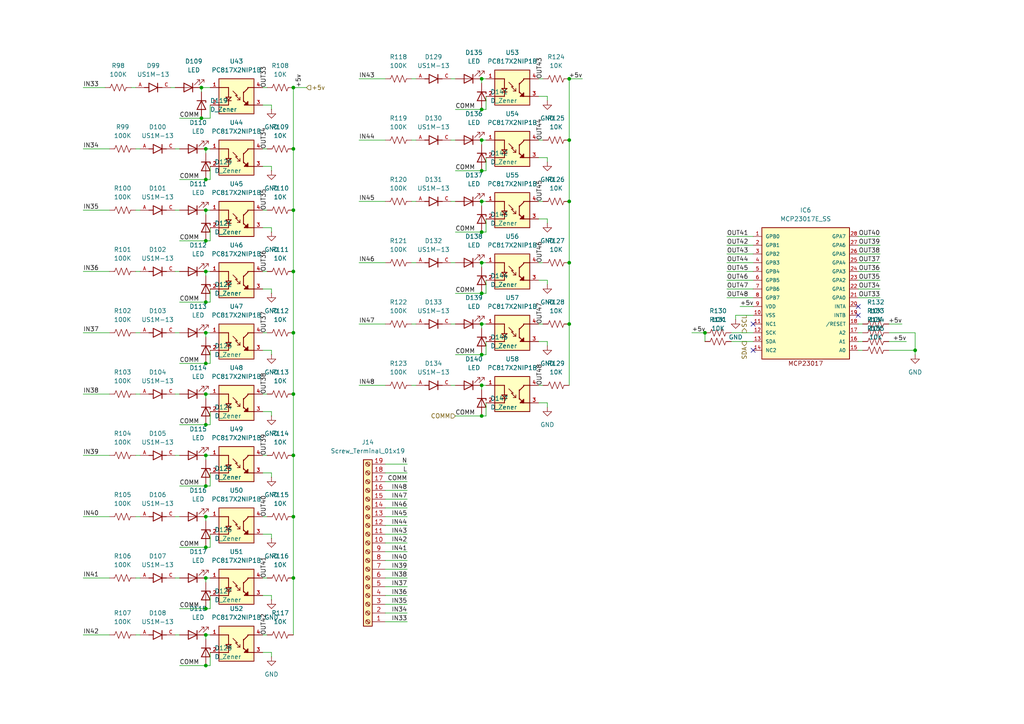
<source format=kicad_sch>
(kicad_sch (version 20231120) (generator "eeschema") (generator_version "8.0")
  (paper "A4")
  (lib_symbols
    (symbol "Connector:Screw_Terminal_01x19" (pin_names (offset 1.016) hide)
      (property "Reference" "J" (at 0 25.4 0))
      (property "Value" "Screw_Terminal_01x19" (at 0 -25.4 0))
      (symbol "Screw_Terminal_01x19_1_1"
        (pin passive line (at -5.08 22.86 0) (length 3.81) (name "Pin_1") (number "1"))
        (pin passive line (at -5.08 0 0) (length 3.81) (name "Pin_10") (number "10"))
        (pin passive line (at -5.08 -2.54 0) (length 3.81) (name "Pin_11") (number "11"))
        (pin passive line (at -5.08 -5.08 0) (length 3.81) (name "Pin_12") (number "12"))
        (pin passive line (at -5.08 -7.62 0) (length 3.81) (name "Pin_13") (number "13"))
        (pin passive line (at -5.08 -10.16 0) (length 3.81) (name "Pin_14") (number "14"))
        (pin passive line (at -5.08 -12.7 0) (length 3.81) (name "Pin_15") (number "15"))
        (pin passive line (at -5.08 -15.24 0) (length 3.81) (name "Pin_16") (number "16"))
        (pin passive line (at -5.08 -17.78 0) (length 3.81) (name "Pin_17") (number "17"))
        (pin passive line (at -5.08 -20.32 0) (length 3.81) (name "Pin_18") (number "18"))
        (pin passive line (at -5.08 -22.86 0) (length 3.81) (name "Pin_19") (number "19"))
        (pin passive line (at -5.08 20.32 0) (length 3.81) (name "Pin_2") (number "2"))
        (pin passive line (at -5.08 17.78 0) (length 3.81) (name "Pin_3") (number "3"))
        (pin passive line (at -5.08 15.24 0) (length 3.81) (name "Pin_4") (number "4"))
        (pin passive line (at -5.08 12.7 0) (length 3.81) (name "Pin_5") (number "5"))
        (pin passive line (at -5.08 10.16 0) (length 3.81) (name "Pin_6") (number "6"))
        (pin passive line (at -5.08 7.62 0) (length 3.81) (name "Pin_7") (number "7"))
        (pin passive line (at -5.08 5.08 0) (length 3.81) (name "Pin_8") (number "8"))
        (pin passive line (at -5.08 2.54 0) (length 3.81) (name "Pin_9") (number "9"))
      )
    )
    (symbol "Device:D_Zener" (pin_numbers hide) (pin_names (offset 1.016) hide)
      (property "Reference" "D" (at 0 2.54 0))
      (property "Value" "D_Zener" (at 0 -2.54 0))
      (symbol "D_Zener_1_1"
        (pin passive line (at -3.81 0 0) (length 2.54) (name "K") (number "1"))
        (pin passive line (at 3.81 0 180) (length 2.54) (name "A") (number "2"))
      )
    )
    (symbol "Device:LED" (pin_numbers hide) (pin_names (offset 1.016) hide)
      (property "Reference" "D" (at 0 2.54 0))
      (property "Value" "LED" (at 0 -2.54 0))
      (symbol "LED_1_1"
        (pin passive line (at -3.81 0 0) (length 2.54) (name "K") (number "1"))
        (pin passive line (at 3.81 0 180) (length 2.54) (name "A") (number "2"))
      )
    )
    (symbol "Device:R_US" (pin_numbers hide) (pin_names (offset 0))
      (property "Reference" "R" (at 2.54 0 90))
      (property "Value" "R_US" (at -2.54 0 90))
      (symbol "R_US_1_1"
        (pin passive line (at 0 3.81 270) (length 1.27) (name "~") (number "1"))
        (pin passive line (at 0 -3.81 90) (length 1.27) (name "~") (number "2"))
      )
    )
    (symbol "MCP23017E_SS:MCP23017E_SS" (pin_names (offset 1.016))
      (property "Reference" "IC" (at 0 19.05 0))
      (property "Value" "MCP23017E_SS" (at 0 0 0))
      (symbol "MCP23017E_SS_0_0"
        (text "MCP23017" (at 0 -21.59 0) (effects (font (size 1.27 1.27))))
        (pin bidirectional line (at -15.24 15.24 0) (length 2.54) (name "GPB0") (number "1"))
        (pin bidirectional line (at -15.24 -7.62 0) (length 2.54) (name "VSS") (number "10"))
        (pin bidirectional line (at -15.24 -10.16 0) (length 2.54) (name "NC1") (number "11"))
        (pin bidirectional line (at -15.24 -12.7 0) (length 2.54) (name "SCK") (number "12"))
        (pin bidirectional line (at -15.24 -15.24 0) (length 2.54) (name "SDA") (number "13"))
        (pin bidirectional line (at -15.24 -17.78 0) (length 2.54) (name "NC2") (number "14"))
        (pin bidirectional line (at 15.24 -17.78 180) (length 2.54) (name "A0") (number "15"))
        (pin bidirectional line (at 15.24 -15.24 180) (length 2.54) (name "A1") (number "16"))
        (pin bidirectional line (at 15.24 -12.7 180) (length 2.54) (name "A2") (number "17"))
        (pin bidirectional line (at 15.24 -10.16 180) (length 2.54) (name "/RESET") (number "18"))
        (pin bidirectional line (at 15.24 -7.62 180) (length 2.54) (name "INTB") (number "19"))
        (pin bidirectional line (at -15.24 12.7 0) (length 2.54) (name "GPB1") (number "2"))
        (pin bidirectional line (at 15.24 -5.08 180) (length 2.54) (name "INTA") (number "20"))
        (pin bidirectional line (at 15.24 -2.54 180) (length 2.54) (name "GPA0") (number "21"))
        (pin bidirectional line (at 15.24 0 180) (length 2.54) (name "GPA1") (number "22"))
        (pin bidirectional line (at 15.24 2.54 180) (length 2.54) (name "GPA2") (number "23"))
        (pin bidirectional line (at 15.24 5.08 180) (length 2.54) (name "GPA3") (number "24"))
        (pin bidirectional line (at 15.24 7.62 180) (length 2.54) (name "GPA4") (number "25"))
        (pin bidirectional line (at 15.24 10.16 180) (length 2.54) (name "GPA5") (number "26"))
        (pin bidirectional line (at 15.24 12.7 180) (length 2.54) (name "GPA6") (number "27"))
        (pin bidirectional line (at 15.24 15.24 180) (length 2.54) (name "GPA7") (number "28"))
        (pin bidirectional line (at -15.24 10.16 0) (length 2.54) (name "GPB2") (number "3"))
        (pin bidirectional line (at -15.24 7.62 0) (length 2.54) (name "GPB3") (number "4"))
        (pin bidirectional line (at -15.24 5.08 0) (length 2.54) (name "GPB4") (number "5"))
        (pin bidirectional line (at -15.24 2.54 0) (length 2.54) (name "GPB5") (number "6"))
        (pin bidirectional line (at -15.24 0 0) (length 2.54) (name "GPB6") (number "7"))
        (pin bidirectional line (at -15.24 -2.54 0) (length 2.54) (name "GPB7") (number "8"))
        (pin bidirectional line (at -15.24 -5.08 0) (length 2.54) (name "VDD") (number "9"))
      )
    )
    (symbol "PC817X2NIP1B:PC817X2NIP1B" (pin_names (offset 1.016))
      (property "Reference" "U" (at -5.08 5.842 0))
      (property "Value" "PC817X2NIP1B" (at -5.08 -7.62 0))
      (symbol "PC817X2NIP1B_0_0"
        (pin passive line (at -7.62 2.54 0) (length 2.54) (name "~") (number "1"))
        (pin passive line (at -7.62 -2.54 0) (length 2.54) (name "~") (number "2"))
        (pin passive line (at 7.62 -2.54 180) (length 2.54) (name "~") (number "3"))
        (pin passive line (at 7.62 2.54 180) (length 2.54) (name "~") (number "4"))
      )
    )
    (symbol "US1M-13:US1M-13" (pin_names (offset 1.016))
      (property "Reference" "D" (at -5.08 2.54 0))
      (property "Value" "US1M-13" (at -5.08 -3.81 0))
      (symbol "US1M-13_0_0"
        (pin passive line (at -5.08 0 0) (length 2.54) (name "~") (number "A"))
        (pin passive line (at 5.08 0 180) (length 2.54) (name "~") (number "C"))
      )
    )
    (symbol "power:GND" (power) (pin_numbers hide) (pin_names (offset 0) hide)
      (property "Value" "GND" (at 0 -3.81 0))
      (symbol "GND_1_1"
        (pin power_in line (at 0 0 270) (length 0) (name "~") (number "1"))
      )
    )
  )
  (junction (at 59.69 176.53))
  (junction (at 139.7 49.53))
  (junction (at 85.09 25.4))
  (junction (at 85.09 60.96))
  (junction (at 85.09 114.3))
  (junction (at 165.1 40.64))
  (junction (at 58.42 34.29))
  (junction (at 59.69 105.41))
  (junction (at 165.1 93.98))
  (junction (at 139.7 58.42))
  (junction (at 85.09 96.52))
  (junction (at 59.69 167.64))
  (junction (at 85.09 149.86))
  (junction (at 139.7 40.64))
  (junction (at 59.69 193.04))
  (junction (at 59.69 140.97))
  (junction (at 139.7 76.2))
  (junction (at 59.69 43.18))
  (junction (at 165.1 22.86))
  (junction (at 139.7 102.87))
  (junction (at 85.09 43.18))
  (junction (at 165.1 76.2))
  (junction (at 139.7 31.75))
  (junction (at 59.69 87.63))
  (junction (at 139.7 67.31))
  (junction (at 139.7 85.09))
  (junction (at 204.47 96.52))
  (junction (at 59.69 52.07))
  (junction (at 59.69 123.19))
  (junction (at 59.69 96.52))
  (junction (at 85.09 167.64))
  (junction (at 165.1 58.42))
  (junction (at 85.09 132.08))
  (junction (at 139.7 111.76))
  (junction (at 265.43 101.6))
  (junction (at 59.69 78.74))
  (junction (at 139.7 120.65))
  (junction (at 139.7 22.86))
  (junction (at 59.69 69.85))
  (junction (at 85.09 78.74))
  (junction (at 58.42 25.4))
  (junction (at 59.69 114.3))
  (junction (at 59.69 60.96))
  (junction (at 59.69 184.15))
  (junction (at 59.69 132.08))
  (junction (at 59.69 158.75))
  (junction (at 59.69 149.86))
  (junction (at 139.7 93.98))
  (no_connect (at 218.44 101.6))
  (no_connect (at 248.92 88.9))
  (no_connect (at 248.92 91.44))
  (no_connect (at 218.44 93.98))
  (wire (pts (xy 49.53 25.4) (xy 50.8 25.4)))
  (wire (pts (xy 39.37 96.52) (xy 40.64 96.52)))
  (wire (pts (xy 76.2 137.16) (xy 78.74 137.16)))
  (wire (pts (xy 60.96 123.19) (xy 60.96 119.38)))
  (wire (pts (xy 212.09 96.52) (xy 218.44 96.52)))
  (wire (pts (xy 139.7 111.76) (xy 140.97 111.76)))
  (wire (pts (xy 85.09 60.96) (xy 85.09 78.74)))
  (wire (pts (xy 50.8 184.15) (xy 52.07 184.15)))
  (wire (pts (xy 158.75 118.11) (xy 158.75 116.84)))
  (wire (pts (xy 130.81 93.98) (xy 132.08 93.98)))
  (wire (pts (xy 52.07 193.04) (xy 59.69 193.04)))
  (wire (pts (xy 139.7 22.86) (xy 140.97 22.86)))
  (wire (pts (xy 119.38 93.98) (xy 120.65 93.98)))
  (wire (pts (xy 111.76 177.8) (xy 118.11 177.8)))
  (wire (pts (xy 140.97 85.09) (xy 140.97 81.28)))
  (wire (pts (xy 139.7 49.53) (xy 140.97 49.53)))
  (wire (pts (xy 104.14 93.98) (xy 111.76 93.98)))
  (wire (pts (xy 139.7 93.98) (xy 140.97 93.98)))
  (wire (pts (xy 210.82 73.66) (xy 218.44 73.66)))
  (wire (pts (xy 85.09 78.74) (xy 85.09 96.52)))
  (wire (pts (xy 140.97 31.75) (xy 140.97 27.94)))
  (wire (pts (xy 212.09 99.06) (xy 218.44 99.06)))
  (wire (pts (xy 130.81 111.76) (xy 132.08 111.76)))
  (wire (pts (xy 60.96 140.97) (xy 60.96 137.16)))
  (wire (pts (xy 76.2 172.72) (xy 78.74 172.72)))
  (wire (pts (xy 104.14 40.64) (xy 111.76 40.64)))
  (wire (pts (xy 39.37 167.64) (xy 40.64 167.64)))
  (wire (pts (xy 139.7 76.2) (xy 139.7 77.47)))
  (wire (pts (xy 111.76 137.16) (xy 118.11 137.16)))
  (wire (pts (xy 111.76 134.62) (xy 118.11 134.62)))
  (wire (pts (xy 248.92 101.6) (xy 250.19 101.6)))
  (wire (pts (xy 76.2 78.74) (xy 77.47 78.74)))
  (wire (pts (xy 156.21 93.98) (xy 157.48 93.98)))
  (wire (pts (xy 50.8 78.74) (xy 52.07 78.74)))
  (wire (pts (xy 76.2 119.38) (xy 78.74 119.38)))
  (wire (pts (xy 248.92 76.2) (xy 255.27 76.2)))
  (wire (pts (xy 76.2 101.6) (xy 78.74 101.6)))
  (wire (pts (xy 78.74 49.53) (xy 78.74 48.26)))
  (wire (pts (xy 111.76 142.24) (xy 118.11 142.24)))
  (wire (pts (xy 78.74 83.82) (xy 76.2 83.82)))
  (wire (pts (xy 257.81 93.98) (xy 261.62 93.98)))
  (wire (pts (xy 24.13 184.15) (xy 31.75 184.15)))
  (wire (pts (xy 24.13 132.08) (xy 31.75 132.08)))
  (wire (pts (xy 257.81 99.06) (xy 262.89 99.06)))
  (wire (pts (xy 257.81 101.6) (xy 265.43 101.6)))
  (wire (pts (xy 78.74 102.87) (xy 78.74 101.6)))
  (wire (pts (xy 248.92 68.58) (xy 255.27 68.58)))
  (wire (pts (xy 52.07 158.75) (xy 59.69 158.75)))
  (wire (pts (xy 59.69 149.86) (xy 60.96 149.86)))
  (wire (pts (xy 158.75 64.77) (xy 158.75 63.5)))
  (wire (pts (xy 59.69 105.41) (xy 60.96 105.41)))
  (wire (pts (xy 59.69 132.08) (xy 60.96 132.08)))
  (wire (pts (xy 85.09 132.08) (xy 85.09 149.86)))
  (wire (pts (xy 158.75 63.5) (xy 156.21 63.5)))
  (wire (pts (xy 213.36 91.44) (xy 213.36 92.71)))
  (wire (pts (xy 265.43 96.52) (xy 265.43 101.6)))
  (wire (pts (xy 50.8 149.86) (xy 52.07 149.86)))
  (wire (pts (xy 59.69 184.15) (xy 60.96 184.15)))
  (wire (pts (xy 248.92 81.28) (xy 255.27 81.28)))
  (wire (pts (xy 78.74 154.94) (xy 76.2 154.94)))
  (wire (pts (xy 139.7 31.75) (xy 140.97 31.75)))
  (wire (pts (xy 60.96 87.63) (xy 60.96 83.82)))
  (wire (pts (xy 130.81 58.42) (xy 132.08 58.42)))
  (wire (pts (xy 59.69 87.63) (xy 60.96 87.63)))
  (wire (pts (xy 52.07 87.63) (xy 59.69 87.63)))
  (wire (pts (xy 76.2 114.3) (xy 77.47 114.3)))
  (wire (pts (xy 59.69 132.08) (xy 59.69 133.35)))
  (wire (pts (xy 111.76 175.26) (xy 118.11 175.26)))
  (wire (pts (xy 265.43 101.6) (xy 265.43 102.87)))
  (wire (pts (xy 156.21 76.2) (xy 157.48 76.2)))
  (wire (pts (xy 104.14 58.42) (xy 111.76 58.42)))
  (wire (pts (xy 39.37 132.08) (xy 40.64 132.08)))
  (wire (pts (xy 76.2 60.96) (xy 77.47 60.96)))
  (wire (pts (xy 132.08 102.87) (xy 139.7 102.87)))
  (wire (pts (xy 76.2 96.52) (xy 77.47 96.52)))
  (wire (pts (xy 78.74 138.43) (xy 78.74 137.16)))
  (wire (pts (xy 210.82 76.2) (xy 218.44 76.2)))
  (wire (pts (xy 52.07 34.29) (xy 58.42 34.29)))
  (wire (pts (xy 60.96 52.07) (xy 60.96 48.26)))
  (wire (pts (xy 59.69 60.96) (xy 60.96 60.96)))
  (wire (pts (xy 59.69 78.74) (xy 59.69 80.01)))
  (wire (pts (xy 119.38 22.86) (xy 120.65 22.86)))
  (wire (pts (xy 139.7 40.64) (xy 139.7 41.91)))
  (wire (pts (xy 78.74 66.04) (xy 76.2 66.04)))
  (wire (pts (xy 158.75 82.55) (xy 158.75 81.28)))
  (wire (pts (xy 85.09 43.18) (xy 85.09 60.96)))
  (wire (pts (xy 210.82 71.12) (xy 218.44 71.12)))
  (wire (pts (xy 156.21 81.28) (xy 158.75 81.28)))
  (wire (pts (xy 24.13 60.96) (xy 31.75 60.96)))
  (wire (pts (xy 111.76 147.32) (xy 118.11 147.32)))
  (wire (pts (xy 139.7 40.64) (xy 140.97 40.64)))
  (wire (pts (xy 248.92 83.82) (xy 255.27 83.82)))
  (wire (pts (xy 24.13 25.4) (xy 30.48 25.4)))
  (wire (pts (xy 130.81 76.2) (xy 132.08 76.2)))
  (wire (pts (xy 52.07 52.07) (xy 59.69 52.07)))
  (wire (pts (xy 85.09 149.86) (xy 85.09 167.64)))
  (wire (pts (xy 60.96 193.04) (xy 60.96 189.23)))
  (wire (pts (xy 59.69 69.85) (xy 60.96 69.85)))
  (wire (pts (xy 85.09 25.4) (xy 85.09 43.18)))
  (wire (pts (xy 39.37 149.86) (xy 40.64 149.86)))
  (wire (pts (xy 39.37 43.18) (xy 40.64 43.18)))
  (wire (pts (xy 204.47 96.52) (xy 204.47 99.06)))
  (wire (pts (xy 24.13 149.86) (xy 31.75 149.86)))
  (wire (pts (xy 165.1 93.98) (xy 165.1 111.76)))
  (wire (pts (xy 119.38 58.42) (xy 120.65 58.42)))
  (wire (pts (xy 156.21 111.76) (xy 157.48 111.76)))
  (wire (pts (xy 158.75 29.21) (xy 158.75 27.94)))
  (wire (pts (xy 59.69 43.18) (xy 59.69 44.45)))
  (wire (pts (xy 59.69 123.19) (xy 60.96 123.19)))
  (wire (pts (xy 59.69 52.07) (xy 60.96 52.07)))
  (wire (pts (xy 111.76 160.02) (xy 118.11 160.02)))
  (wire (pts (xy 218.44 91.44) (xy 213.36 91.44)))
  (wire (pts (xy 139.7 67.31) (xy 140.97 67.31)))
  (wire (pts (xy 39.37 78.74) (xy 40.64 78.74)))
  (wire (pts (xy 78.74 85.09) (xy 78.74 83.82)))
  (wire (pts (xy 85.09 114.3) (xy 85.09 132.08)))
  (wire (pts (xy 78.74 31.75) (xy 78.74 30.48)))
  (wire (pts (xy 248.92 93.98) (xy 250.19 93.98)))
  (wire (pts (xy 140.97 102.87) (xy 140.97 99.06)))
  (wire (pts (xy 104.14 22.86) (xy 111.76 22.86)))
  (wire (pts (xy 50.8 167.64) (xy 52.07 167.64)))
  (wire (pts (xy 140.97 49.53) (xy 140.97 45.72)))
  (wire (pts (xy 111.76 152.4) (xy 118.11 152.4)))
  (wire (pts (xy 139.7 93.98) (xy 139.7 95.25)))
  (wire (pts (xy 59.69 149.86) (xy 59.69 151.13)))
  (wire (pts (xy 111.76 162.56) (xy 118.11 162.56)))
  (wire (pts (xy 248.92 96.52) (xy 250.19 96.52)))
  (wire (pts (xy 119.38 111.76) (xy 120.65 111.76)))
  (wire (pts (xy 156.21 58.42) (xy 157.48 58.42)))
  (wire (pts (xy 210.82 68.58) (xy 218.44 68.58)))
  (wire (pts (xy 158.75 100.33) (xy 158.75 99.06)))
  (wire (pts (xy 76.2 25.4) (xy 77.47 25.4)))
  (wire (pts (xy 111.76 167.64) (xy 118.11 167.64)))
  (wire (pts (xy 85.09 167.64) (xy 85.09 184.15)))
  (wire (pts (xy 78.74 67.31) (xy 78.74 66.04)))
  (wire (pts (xy 140.97 67.31) (xy 140.97 63.5)))
  (wire (pts (xy 139.7 102.87) (xy 140.97 102.87)))
  (wire (pts (xy 132.08 31.75) (xy 139.7 31.75)))
  (wire (pts (xy 78.74 189.23) (xy 76.2 189.23)))
  (wire (pts (xy 24.13 96.52) (xy 31.75 96.52)))
  (wire (pts (xy 85.09 25.4) (xy 88.9 25.4)))
  (wire (pts (xy 132.08 49.53) (xy 139.7 49.53)))
  (wire (pts (xy 248.92 86.36) (xy 255.27 86.36)))
  (wire (pts (xy 59.69 114.3) (xy 59.69 115.57)))
  (wire (pts (xy 76.2 167.64) (xy 77.47 167.64)))
  (wire (pts (xy 111.76 157.48) (xy 118.11 157.48)))
  (wire (pts (xy 59.69 167.64) (xy 60.96 167.64)))
  (wire (pts (xy 139.7 85.09) (xy 140.97 85.09)))
  (wire (pts (xy 52.07 69.85) (xy 59.69 69.85)))
  (wire (pts (xy 111.76 165.1) (xy 118.11 165.1)))
  (wire (pts (xy 76.2 48.26) (xy 78.74 48.26)))
  (wire (pts (xy 130.81 40.64) (xy 132.08 40.64)))
  (wire (pts (xy 165.1 76.2) (xy 165.1 93.98)))
  (wire (pts (xy 165.1 22.86) (xy 168.91 22.86)))
  (wire (pts (xy 210.82 81.28) (xy 218.44 81.28)))
  (wire (pts (xy 139.7 120.65) (xy 140.97 120.65)))
  (wire (pts (xy 59.69 184.15) (xy 59.69 185.42)))
  (wire (pts (xy 59.69 60.96) (xy 59.69 62.23)))
  (wire (pts (xy 248.92 73.66) (xy 255.27 73.66)))
  (wire (pts (xy 52.07 176.53) (xy 59.69 176.53)))
  (wire (pts (xy 139.7 58.42) (xy 139.7 59.69)))
  (wire (pts (xy 132.08 120.65) (xy 139.7 120.65)))
  (wire (pts (xy 210.82 78.74) (xy 218.44 78.74)))
  (wire (pts (xy 156.21 45.72) (xy 158.75 45.72)))
  (wire (pts (xy 59.69 158.75) (xy 60.96 158.75)))
  (wire (pts (xy 60.96 69.85) (xy 60.96 66.04)))
  (wire (pts (xy 50.8 60.96) (xy 52.07 60.96)))
  (wire (pts (xy 60.96 176.53) (xy 60.96 172.72)))
  (wire (pts (xy 111.76 170.18) (xy 118.11 170.18)))
  (wire (pts (xy 38.1 25.4) (xy 39.37 25.4)))
  (wire (pts (xy 58.42 25.4) (xy 58.42 26.67)))
  (wire (pts (xy 59.69 114.3) (xy 60.96 114.3)))
  (wire (pts (xy 59.69 78.74) (xy 60.96 78.74)))
  (wire (pts (xy 130.81 22.86) (xy 132.08 22.86)))
  (wire (pts (xy 24.13 167.64) (xy 31.75 167.64)))
  (wire (pts (xy 24.13 43.18) (xy 31.75 43.18)))
  (wire (pts (xy 50.8 96.52) (xy 52.07 96.52)))
  (wire (pts (xy 139.7 76.2) (xy 140.97 76.2)))
  (wire (pts (xy 59.69 140.97) (xy 60.96 140.97)))
  (wire (pts (xy 111.76 139.7) (xy 118.11 139.7)))
  (wire (pts (xy 59.69 193.04) (xy 60.96 193.04)))
  (wire (pts (xy 59.69 96.52) (xy 60.96 96.52)))
  (wire (pts (xy 60.96 158.75) (xy 60.96 154.94)))
  (wire (pts (xy 78.74 173.99) (xy 78.74 172.72)))
  (wire (pts (xy 76.2 30.48) (xy 78.74 30.48)))
  (wire (pts (xy 50.8 43.18) (xy 52.07 43.18)))
  (wire (pts (xy 59.69 96.52) (xy 59.69 97.79)))
  (wire (pts (xy 132.08 67.31) (xy 139.7 67.31)))
  (wire (pts (xy 139.7 22.86) (xy 139.7 24.13)))
  (wire (pts (xy 158.75 116.84) (xy 156.21 116.84)))
  (wire (pts (xy 200.66 96.52) (xy 204.47 96.52)))
  (wire (pts (xy 165.1 58.42) (xy 165.1 76.2)))
  (wire (pts (xy 59.69 176.53) (xy 60.96 176.53)))
  (wire (pts (xy 158.75 46.99) (xy 158.75 45.72)))
  (wire (pts (xy 58.42 25.4) (xy 60.96 25.4)))
  (wire (pts (xy 111.76 149.86) (xy 118.11 149.86)))
  (wire (pts (xy 248.92 71.12) (xy 255.27 71.12)))
  (wire (pts (xy 59.69 167.64) (xy 59.69 168.91)))
  (wire (pts (xy 52.07 140.97) (xy 59.69 140.97)))
  (wire (pts (xy 119.38 40.64) (xy 120.65 40.64)))
  (wire (pts (xy 39.37 184.15) (xy 40.64 184.15)))
  (wire (pts (xy 139.7 111.76) (xy 139.7 113.03)))
  (wire (pts (xy 76.2 184.15) (xy 77.47 184.15)))
  (wire (pts (xy 39.37 60.96) (xy 40.64 60.96)))
  (wire (pts (xy 156.21 99.06) (xy 158.75 99.06)))
  (wire (pts (xy 24.13 114.3) (xy 31.75 114.3)))
  (wire (pts (xy 78.74 120.65) (xy 78.74 119.38)))
  (wire (pts (xy 52.07 105.41) (xy 59.69 105.41)))
  (wire (pts (xy 76.2 43.18) (xy 77.47 43.18)))
  (wire (pts (xy 165.1 22.86) (xy 165.1 40.64)))
  (wire (pts (xy 214.63 88.9) (xy 218.44 88.9)))
  (wire (pts (xy 111.76 172.72) (xy 118.11 172.72)))
  (wire (pts (xy 76.2 132.08) (xy 77.47 132.08)))
  (wire (pts (xy 132.08 85.09) (xy 139.7 85.09)))
  (wire (pts (xy 60.96 34.29) (xy 60.96 30.48)))
  (wire (pts (xy 248.92 99.06) (xy 250.19 99.06)))
  (wire (pts (xy 58.42 34.29) (xy 60.96 34.29)))
  (wire (pts (xy 111.76 154.94) (xy 118.11 154.94)))
  (wire (pts (xy 59.69 43.18) (xy 60.96 43.18)))
  (wire (pts (xy 111.76 180.34) (xy 118.11 180.34)))
  (wire (pts (xy 52.07 123.19) (xy 59.69 123.19)))
  (wire (pts (xy 156.21 22.86) (xy 157.48 22.86)))
  (wire (pts (xy 139.7 58.42) (xy 140.97 58.42)))
  (wire (pts (xy 78.74 156.21) (xy 78.74 154.94)))
  (wire (pts (xy 165.1 40.64) (xy 165.1 58.42)))
  (wire (pts (xy 60.96 101.6) (xy 60.96 105.41)))
  (wire (pts (xy 156.21 40.64) (xy 157.48 40.64)))
  (wire (pts (xy 156.21 27.94) (xy 158.75 27.94)))
  (wire (pts (xy 39.37 114.3) (xy 40.64 114.3)))
  (wire (pts (xy 248.92 78.74) (xy 255.27 78.74)))
  (wire (pts (xy 104.14 76.2) (xy 111.76 76.2)))
  (wire (pts (xy 78.74 190.5) (xy 78.74 189.23)))
  (wire (pts (xy 104.14 111.76) (xy 111.76 111.76)))
  (wire (pts (xy 50.8 114.3) (xy 52.07 114.3)))
  (wire (pts (xy 50.8 132.08) (xy 52.07 132.08)))
  (wire (pts (xy 24.13 78.74) (xy 31.75 78.74)))
  (wire (pts (xy 111.76 144.78) (xy 118.11 144.78)))
  (wire (pts (xy 119.38 76.2) (xy 120.65 76.2)))
  (wire (pts (xy 85.09 96.52) (xy 85.09 114.3)))
  (wire (pts (xy 140.97 120.65) (xy 140.97 116.84)))
  (wire (pts (xy 76.2 149.86) (xy 77.47 149.86)))
  (wire (pts (xy 210.82 83.82) (xy 218.44 83.82)))
  (wire (pts (xy 210.82 86.36) (xy 218.44 86.36)))
  (wire (pts (xy 257.81 96.52) (xy 265.43 96.52)))
  (label "COMM" (at 132.08 49.53 0))
  (label "IN36" (at 24.13 78.74 0))
  (label "IN45" (at 104.14 58.42 0))
  (label "COMM" (at 118.11 139.7 180))
  (label "OUT45" (at 157.48 58.42 90))
  (label "OUT41" (at 210.82 68.58 0))
  (label "IN48" (at 104.14 111.76 0))
  (label "+5v" (at 200.66 96.52 0))
  (label "COMM" (at 52.07 193.04 0))
  (label "COMM" (at 52.07 140.97 0))
  (label "OUT35" (at 77.47 60.96 90))
  (label "OUT38" (at 255.27 73.66 180))
  (label "IN45" (at 118.11 149.86 180))
  (label "IN36" (at 118.11 172.72 180))
  (label "IN46" (at 118.11 147.32 180))
  (label "+5v" (at 262.89 99.06 180))
  (label "OUT45" (at 210.82 78.74 0))
  (label "OUT42" (at 77.47 184.15 90))
  (label "OUT43" (at 210.82 73.66 0))
  (label "COMM" (at 52.07 176.53 0))
  (label "+5v" (at 214.63 88.9 0))
  (label "IN38" (at 24.13 114.3 0))
  (label "IN40" (at 24.13 149.86 0))
  (label "IN44" (at 118.11 152.4 180))
  (label "IN34" (at 24.13 43.18 0))
  (label "IN39" (at 24.13 132.08 0))
  (label "COMM" (at 132.08 120.65 0))
  (label "IN41" (at 24.13 167.64 0))
  (label "OUT36" (at 255.27 78.74 180))
  (label "IN43" (at 104.14 22.86 0))
  (label "COMM" (at 52.07 158.75 0))
  (label "OUT40" (at 77.47 149.86 90))
  (label "COMM" (at 132.08 67.31 0))
  (label "OUT46" (at 157.48 76.2 90))
  (label "N" (at 118.11 134.62 180))
  (label "COMM" (at 52.07 87.63 0))
  (label "IN35" (at 24.13 60.96 0))
  (label "OUT40" (at 255.27 68.58 180))
  (label "COMM" (at 132.08 102.87 0))
  (label "IN41" (at 118.11 160.02 180))
  (label "+5v" (at 261.62 93.98 180))
  (label "IN47" (at 104.14 93.98 0))
  (label "OUT42" (at 210.82 71.12 0))
  (label "OUT43" (at 157.48 22.86 90))
  (label "OUT33" (at 255.27 86.36 180))
  (label "OUT48" (at 157.48 111.76 90))
  (label "OUT47" (at 210.82 83.82 0))
  (label "OUT48" (at 210.82 86.36 0))
  (label "OUT38" (at 77.47 114.3 90))
  (label "COMM" (at 52.07 105.41 0))
  (label "IN46" (at 104.14 76.2 0))
  (label "+5v" (at 168.91 22.86 180))
  (label "IN39" (at 118.11 165.1 180))
  (label "OUT36" (at 77.47 78.74 90))
  (label "IN48" (at 118.11 142.24 180))
  (label "IN47" (at 118.11 144.78 180))
  (label "OUT37" (at 77.47 96.52 90))
  (label "COMM" (at 52.07 123.19 0))
  (label "OUT33" (at 77.47 25.4 90))
  (label "IN42" (at 118.11 157.48 180))
  (label "OUT41" (at 77.47 167.64 90))
  (label "COMM" (at 52.07 69.85 0))
  (label "OUT37" (at 255.27 76.2 180))
  (label "OUT39" (at 255.27 71.12 180))
  (label "IN35" (at 118.11 175.26 180))
  (label "OUT47" (at 157.48 93.98 90))
  (label "OUT34" (at 255.27 83.82 180))
  (label "IN38" (at 118.11 167.64 180))
  (label "COMM" (at 52.07 52.07 0))
  (label "OUT34" (at 77.47 43.18 90))
  (label "IN44" (at 104.14 40.64 0))
  (label "IN37" (at 118.11 170.18 180))
  (label "COMM" (at 132.08 85.09 0))
  (label "OUT35" (at 255.27 81.28 180))
  (label "IN34" (at 118.11 177.8 180))
  (label "IN37" (at 24.13 96.52 0))
  (label "OUT46" (at 210.82 81.28 0))
  (label "COMM" (at 52.07 34.29 0))
  (label "IN42" (at 24.13 184.15 0))
  (label "OUT39" (at 77.47 132.08 90))
  (label "IN40" (at 118.11 162.56 180))
  (label "COMM" (at 132.08 31.75 0))
  (label "IN33" (at 24.13 25.4 0))
  (label "+5v" (at 87.63 25.4 90))
  (label "L" (at 118.11 137.16 180))
  (label "IN33" (at 118.11 180.34 180))
  (label "IN43" (at 118.11 154.94 180))
  (label "OUT44" (at 157.48 40.64 90))
  (label "OUT44" (at 210.82 76.2 0))
  (hierarchical_label "COMM" (shape input) (at 132.08 120.65 180))
  (hierarchical_label "SDA" (shape output) (at 215.9 99.06 270))
  (hierarchical_label "SCL" (shape output) (at 215.9 96.52 90))
  (hierarchical_label "+5v" (shape input) (at 88.9 25.4 0))
  (symbol (lib_id "Device:R_US") (at 81.28 184.15 90) (unit 1)
    (property "Reference" "R117" (at 81.28 177.8 90))
    (property "Value" "10K" (at 81.28 180.34 90))
    (property "Footprint" "Resistor_SMD:R_0805_2012Metric" (effects (hide yes)))
    (property "Description" "Resistor, US symbol" (effects (hide yes)))
  )
  (symbol (lib_id "PC817X2NIP1B:PC817X2NIP1B") (at 68.58 116.84 0) (unit 1)
    (property "Reference" "U48" (at 68.58 106.68 0))
    (property "Value" "PC817X2NIP1B" (at 68.58 109.22 0))
    (property "Footprint" "PC817X2NIP1B:SOIC254P960X420-4N" (effects (hide yes)))
    (property "MF" "Sharp Microelectronics" (effects (hide yes)))
    (property "MAXIMUM_PACKAGE_HEIGHT" "4.2 mm" (effects (hide yes)))
    (property "Package" "SMD-4 Sharp Microelectronics" (effects (hide yes)))
    (property "Price" "None" (effects (hide yes)))
    (property "Check_prices" "https://www.snapeda.com/parts/PC817X2NIP1B/Sharp+Microelectronics/view-part/?ref=eda" (effects (hide yes)))
    (property "STANDARD" "IPC-7351B" (effects (hide yes)))
    (property "PARTREV" "March 28, 2017" (effects (hide yes)))
    (property "SnapEDA_Link" "https://www.snapeda.com/parts/PC817X2NIP1B/Sharp+Microelectronics/view-part/?ref=snap" (effects (hide yes)))
    (property "MP" "PC817X2NIP1B" (effects (hide yes)))
    (property "Description_1" "\nOptoisolator Transistor Output - 1 Channel 4-SMD\n" (effects (hide yes)))
    (property "Availability" "In Stock" (effects (hide yes)))
    (property "MANUFACTURER" "SHARP" (effects (hide yes)))
  )
  (symbol (lib_id "Device:LED") (at 135.89 76.2 180) (unit 1)
    (property "Reference" "D138" (at 137.4775 68.58 0))
    (property "Value" "LED" (at 137.4775 71.12 0))
    (property "Footprint" "LED_SMD:LED_0805_2012Metric" (effects (hide yes)))
    (property "Description" "Light emitting diode" (effects (hide yes)))
  )
  (symbol (lib_id "Device:R_US") (at 115.57 40.64 90) (unit 1)
    (property "Reference" "R119" (at 115.57 34.29 90))
    (property "Value" "100K" (at 115.57 36.83 90))
    (property "Footprint" "Resistor_THT:R_Axial_DIN0617_L17.0mm_D6.0mm_P20.32mm_Horizontal" (effects (hide yes)))
    (property "Description" "Resistor, US symbol" (effects (hide yes)))
  )
  (symbol (lib_id "Device:LED") (at 135.89 40.64 180) (unit 1)
    (property "Reference" "D136" (at 137.4775 33.02 0))
    (property "Value" "LED" (at 137.4775 35.56 0))
    (property "Footprint" "LED_SMD:LED_0805_2012Metric" (effects (hide yes)))
    (property "Description" "Light emitting diode" (effects (hide yes)))
  )
  (symbol (lib_id "Device:LED") (at 135.89 58.42 180) (unit 1)
    (property "Reference" "D137" (at 137.4775 50.8 0))
    (property "Value" "LED" (at 137.4775 53.34 0))
    (property "Footprint" "LED_SMD:LED_0805_2012Metric" (effects (hide yes)))
    (property "Description" "Light emitting diode" (effects (hide yes)))
  )
  (symbol (lib_id "power:GND") (at 78.74 190.5 0) (unit 1)
    (property "Reference" "#PWR094" (effects (hide yes)))
    (property "Value" "GND" (at 78.74 195.58 0))
    (property "Description" "Power symbol creates a global label with name \"GND\" , ground" (effects (hide yes)))
  )
  (symbol (lib_id "US1M-13:US1M-13") (at 125.73 22.86 0) (unit 1)
    (property "Reference" "D129" (at 125.73 16.51 0))
    (property "Value" "US1M-13" (at 125.73 19.05 0))
    (property "Footprint" "US1M-13:DIOM5226X240N" (effects (hide yes)))
    (property "MF" "Diodes Incorporated" (effects (hide yes)))
    (property "MAXIMUM_PACKAGE_HEIGHT" "2.4mm" (effects (hide yes)))
    (property "Package" "DO-214AC-214 Diodes Incorporated" (effects (hide yes)))
    (property "Price" "None" (effects (hide yes)))
    (property "Check_prices" "https://www.snapeda.com/parts/US1M-13/Diodes+Inc./view-part/?ref=eda" (effects (hide yes)))
    (property "STANDARD" "IPC-7351B" (effects (hide yes)))
    (property "PARTREV" "11-2" (effects (hide yes)))
    (property "SnapEDA_Link" "https://www.snapeda.com/parts/US1M-13/Diodes+Inc./view-part/?ref=snap" (effects (hide yes)))
    (property "MP" "US1M-13" (effects (hide yes)))
    (property "Description_1" "\nDiode Standard 1000 V 1A Surface Mount SMA\n" (effects (hide yes)))
    (property "Availability" "In Stock" (effects (hide yes)))
    (property "MANUFACTURER" "Diodes Inc." (effects (hide yes)))
  )
  (symbol (lib_id "Device:LED") (at 55.88 149.86 180) (unit 1)
    (property "Reference" "D116" (at 57.4675 142.24 0))
    (property "Value" "LED" (at 57.4675 144.78 0))
    (property "Footprint" "LED_SMD:LED_0805_2012Metric" (effects (hide yes)))
    (property "Description" "Light emitting diode" (effects (hide yes)))
  )
  (symbol (lib_id "Device:R_US") (at 161.29 40.64 90) (unit 1)
    (property "Reference" "R125" (at 161.29 34.29 90))
    (property "Value" "10K" (at 161.29 36.83 90))
    (property "Footprint" "Resistor_SMD:R_0805_2012Metric" (effects (hide yes)))
    (property "Description" "Resistor, US symbol" (effects (hide yes)))
  )
  (symbol (lib_id "Device:R_US") (at 115.57 111.76 90) (unit 1)
    (property "Reference" "R123" (at 115.57 105.41 90))
    (property "Value" "100K" (at 115.57 107.95 90))
    (property "Footprint" "Resistor_THT:R_Axial_DIN0617_L17.0mm_D6.0mm_P20.32mm_Horizontal" (effects (hide yes)))
    (property "Description" "Resistor, US symbol" (effects (hide yes)))
  )
  (symbol (lib_id "Device:R_US") (at 208.28 96.52 90) (unit 1)
    (property "Reference" "R130" (at 208.28 90.17 90))
    (property "Value" "10K" (at 208.28 92.71 90))
    (property "Footprint" "Resistor_SMD:R_0805_2012Metric" (effects (hide yes)))
    (property "Description" "Resistor, US symbol" (effects (hide yes)))
  )
  (symbol (lib_id "Device:R_US") (at 254 101.6 90) (unit 1)
    (property "Reference" "R135" (at 254 95.25 90))
    (property "Value" "10K" (at 254 97.79 90))
    (property "Footprint" "Resistor_SMD:R_0805_2012Metric" (effects (hide yes)))
    (property "Description" "Resistor, US symbol" (effects (hide yes)))
  )
  (symbol (lib_id "Device:R_US") (at 35.56 132.08 90) (unit 1)
    (property "Reference" "R104" (at 35.56 125.73 90))
    (property "Value" "100K" (at 35.56 128.27 90))
    (property "Footprint" "Resistor_THT:R_Axial_DIN0617_L17.0mm_D6.0mm_P20.32mm_Horizontal" (effects (hide yes)))
    (property "Description" "Resistor, US symbol" (effects (hide yes)))
  )
  (symbol (lib_id "Device:R_US") (at 254 96.52 90) (unit 1)
    (property "Reference" "R133" (at 254 90.17 90))
    (property "Value" "10K" (at 254 92.71 90))
    (property "Footprint" "Resistor_SMD:R_0805_2012Metric" (effects (hide yes)))
    (property "Description" "Resistor, US symbol" (effects (hide yes)))
  )
  (symbol (lib_id "US1M-13:US1M-13") (at 45.72 114.3 0) (unit 1)
    (property "Reference" "D104" (at 45.72 107.95 0))
    (property "Value" "US1M-13" (at 45.72 110.49 0))
    (property "Footprint" "US1M-13:DIOM5226X240N" (effects (hide yes)))
    (property "MF" "Diodes Incorporated" (effects (hide yes)))
    (property "MAXIMUM_PACKAGE_HEIGHT" "2.4mm" (effects (hide yes)))
    (property "Package" "DO-214AC-214 Diodes Incorporated" (effects (hide yes)))
    (property "Price" "None" (effects (hide yes)))
    (property "Check_prices" "https://www.snapeda.com/parts/US1M-13/Diodes+Inc./view-part/?ref=eda" (effects (hide yes)))
    (property "STANDARD" "IPC-7351B" (effects (hide yes)))
    (property "PARTREV" "11-2" (effects (hide yes)))
    (property "SnapEDA_Link" "https://www.snapeda.com/parts/US1M-13/Diodes+Inc./view-part/?ref=snap" (effects (hide yes)))
    (property "MP" "US1M-13" (effects (hide yes)))
    (property "Description_1" "\nDiode Standard 1000 V 1A Surface Mount SMA\n" (effects (hide yes)))
    (property "Availability" "In Stock" (effects (hide yes)))
    (property "MANUFACTURER" "Diodes Inc." (effects (hide yes)))
  )
  (symbol (lib_id "Device:LED") (at 55.88 114.3 180) (unit 1)
    (property "Reference" "D114" (at 57.4675 106.68 0))
    (property "Value" "LED" (at 57.4675 109.22 0))
    (property "Footprint" "LED_SMD:LED_0805_2012Metric" (effects (hide yes)))
    (property "Description" "Light emitting diode" (effects (hide yes)))
  )
  (symbol (lib_id "Device:D_Zener") (at 139.7 116.84 270) (unit 1)
    (property "Reference" "D147" (at 142.24 115.5699 90) (effects (justify left)))
    (property "Value" "D_Zener" (at 142.24 118.1099 90) (effects (justify left)))
    (property "Footprint" "Diode_SMD:D_SOD-123" (effects (hide yes)))
    (property "Description" "Zener diode" (effects (hide yes)))
  )
  (symbol (lib_id "Device:R_US") (at 81.28 149.86 90) (unit 1)
    (property "Reference" "R115" (at 81.28 143.51 90))
    (property "Value" "10K" (at 81.28 146.05 90))
    (property "Footprint" "Resistor_SMD:R_0805_2012Metric" (effects (hide yes)))
    (property "Description" "Resistor, US symbol" (effects (hide yes)))
  )
  (symbol (lib_id "PC817X2NIP1B:PC817X2NIP1B") (at 148.59 60.96 0) (unit 1)
    (property "Reference" "U55" (at 148.59 50.8 0))
    (property "Value" "PC817X2NIP1B" (at 148.59 53.34 0))
    (property "Footprint" "PC817X2NIP1B:SOIC254P960X420-4N" (effects (hide yes)))
    (property "MF" "Sharp Microelectronics" (effects (hide yes)))
    (property "MAXIMUM_PACKAGE_HEIGHT" "4.2 mm" (effects (hide yes)))
    (property "Package" "SMD-4 Sharp Microelectronics" (effects (hide yes)))
    (property "Price" "None" (effects (hide yes)))
    (property "Check_prices" "https://www.snapeda.com/parts/PC817X2NIP1B/Sharp+Microelectronics/view-part/?ref=eda" (effects (hide yes)))
    (property "STANDARD" "IPC-7351B" (effects (hide yes)))
    (property "PARTREV" "March 28, 2017" (effects (hide yes)))
    (property "SnapEDA_Link" "https://www.snapeda.com/parts/PC817X2NIP1B/Sharp+Microelectronics/view-part/?ref=snap" (effects (hide yes)))
    (property "MP" "PC817X2NIP1B" (effects (hide yes)))
    (property "Description_1" "\nOptoisolator Transistor Output - 1 Channel 4-SMD\n" (effects (hide yes)))
    (property "Availability" "In Stock" (effects (hide yes)))
    (property "MANUFACTURER" "SHARP" (effects (hide yes)))
  )
  (symbol (lib_id "power:GND") (at 213.36 92.71 0) (unit 1)
    (property "Reference" "#PWR0101" (effects (hide yes)))
    (property "Value" "GND" (at 213.36 97.79 0))
    (property "Description" "Power symbol creates a global label with name \"GND\" , ground" (effects (hide yes)))
  )
  (symbol (lib_id "Device:R_US") (at 161.29 58.42 90) (unit 1)
    (property "Reference" "R126" (at 161.29 52.07 90))
    (property "Value" "10K" (at 161.29 54.61 90))
    (property "Footprint" "Resistor_SMD:R_0805_2012Metric" (effects (hide yes)))
    (property "Description" "Resistor, US symbol" (effects (hide yes)))
  )
  (symbol (lib_id "Device:R_US") (at 81.28 167.64 90) (unit 1)
    (property "Reference" "R116" (at 81.28 161.29 90))
    (property "Value" "10K" (at 81.28 163.83 90))
    (property "Footprint" "Resistor_SMD:R_0805_2012Metric" (effects (hide yes)))
    (property "Description" "Resistor, US symbol" (effects (hide yes)))
  )
  (symbol (lib_id "PC817X2NIP1B:PC817X2NIP1B") (at 148.59 114.3 0) (unit 1)
    (property "Reference" "U58" (at 148.59 104.14 0))
    (property "Value" "PC817X2NIP1B" (at 148.59 106.68 0))
    (property "Footprint" "PC817X2NIP1B:SOIC254P960X420-4N" (effects (hide yes)))
    (property "MF" "Sharp Microelectronics" (effects (hide yes)))
    (property "MAXIMUM_PACKAGE_HEIGHT" "4.2 mm" (effects (hide yes)))
    (property "Package" "SMD-4 Sharp Microelectronics" (effects (hide yes)))
    (property "Price" "None" (effects (hide yes)))
    (property "Check_prices" "https://www.snapeda.com/parts/PC817X2NIP1B/Sharp+Microelectronics/view-part/?ref=eda" (effects (hide yes)))
    (property "STANDARD" "IPC-7351B" (effects (hide yes)))
    (property "PARTREV" "March 28, 2017" (effects (hide yes)))
    (property "SnapEDA_Link" "https://www.snapeda.com/parts/PC817X2NIP1B/Sharp+Microelectronics/view-part/?ref=snap" (effects (hide yes)))
    (property "MP" "PC817X2NIP1B" (effects (hide yes)))
    (property "Description_1" "\nOptoisolator Transistor Output - 1 Channel 4-SMD\n" (effects (hide yes)))
    (property "Availability" "In Stock" (effects (hide yes)))
    (property "MANUFACTURER" "SHARP" (effects (hide yes)))
  )
  (symbol (lib_id "Device:D_Zener") (at 59.69 137.16 270) (unit 1)
    (property "Reference" "D125" (at 62.23 135.8899 90) (effects (justify left)))
    (property "Value" "D_Zener" (at 62.23 138.4299 90) (effects (justify left)))
    (property "Footprint" "Diode_SMD:D_SOD-123" (effects (hide yes)))
    (property "Description" "Zener diode" (effects (hide yes)))
  )
  (symbol (lib_id "Device:R_US") (at 34.29 25.4 90) (unit 1)
    (property "Reference" "R98" (at 34.29 19.05 90))
    (property "Value" "100K" (at 34.29 21.59 90))
    (property "Footprint" "Resistor_THT:R_Axial_DIN0617_L17.0mm_D6.0mm_P20.32mm_Horizontal" (effects (hide yes)))
    (property "Description" "Resistor, US symbol" (effects (hide yes)))
  )
  (symbol (lib_id "US1M-13:US1M-13") (at 45.72 96.52 0) (unit 1)
    (property "Reference" "D103" (at 45.72 90.17 0))
    (property "Value" "US1M-13" (at 45.72 92.71 0))
    (property "Footprint" "US1M-13:DIOM5226X240N" (effects (hide yes)))
    (property "MF" "Diodes Incorporated" (effects (hide yes)))
    (property "MAXIMUM_PACKAGE_HEIGHT" "2.4mm" (effects (hide yes)))
    (property "Package" "DO-214AC-214 Diodes Incorporated" (effects (hide yes)))
    (property "Price" "None" (effects (hide yes)))
    (property "Check_prices" "https://www.snapeda.com/parts/US1M-13/Diodes+Inc./view-part/?ref=eda" (effects (hide yes)))
    (property "STANDARD" "IPC-7351B" (effects (hide yes)))
    (property "PARTREV" "11-2" (effects (hide yes)))
    (property "SnapEDA_Link" "https://www.snapeda.com/parts/US1M-13/Diodes+Inc./view-part/?ref=snap" (effects (hide yes)))
    (property "MP" "US1M-13" (effects (hide yes)))
    (property "Description_1" "\nDiode Standard 1000 V 1A Surface Mount SMA\n" (effects (hide yes)))
    (property "Availability" "In Stock" (effects (hide yes)))
    (property "MANUFACTURER" "Diodes Inc." (effects (hide yes)))
  )
  (symbol (lib_id "Device:D_Zener") (at 139.7 45.72 270) (unit 1)
    (property "Reference" "D142" (at 142.24 44.4499 90) (effects (justify left)))
    (property "Value" "D_Zener" (at 142.24 46.9899 90) (effects (justify left)))
    (property "Footprint" "Diode_SMD:D_SOD-123" (effects (hide yes)))
    (property "Description" "Zener diode" (effects (hide yes)))
  )
  (symbol (lib_id "Device:R_US") (at 254 99.06 90) (unit 1)
    (property "Reference" "R134" (at 254 92.71 90))
    (property "Value" "10K" (at 254 95.25 90))
    (property "Footprint" "Resistor_SMD:R_0805_2012Metric" (effects (hide yes)))
    (property "Description" "Resistor, US symbol" (effects (hide yes)))
  )
  (symbol (lib_id "Device:R_US") (at 254 93.98 90) (unit 1)
    (property "Reference" "R132" (at 254 87.63 90))
    (property "Value" "10K" (at 254 90.17 90))
    (property "Footprint" "Resistor_SMD:R_0805_2012Metric" (effects (hide yes)))
    (property "Description" "Resistor, US symbol" (effects (hide yes)))
  )
  (symbol (lib_id "Device:LED") (at 55.88 167.64 180) (unit 1)
    (property "Reference" "D117" (at 57.4675 160.02 0))
    (property "Value" "LED" (at 57.4675 162.56 0))
    (property "Footprint" "LED_SMD:LED_0805_2012Metric" (effects (hide yes)))
    (property "Description" "Light emitting diode" (effects (hide yes)))
  )
  (symbol (lib_id "Device:R_US") (at 81.28 78.74 90) (unit 1)
    (property "Reference" "R111" (at 81.28 72.39 90))
    (property "Value" "10K" (at 81.28 74.93 90))
    (property "Footprint" "Resistor_SMD:R_0805_2012Metric" (effects (hide yes)))
    (property "Description" "Resistor, US symbol" (effects (hide yes)))
  )
  (symbol (lib_id "Device:LED") (at 55.88 132.08 180) (unit 1)
    (property "Reference" "D115" (at 57.4675 124.46 0))
    (property "Value" "LED" (at 57.4675 127 0))
    (property "Footprint" "LED_SMD:LED_0805_2012Metric" (effects (hide yes)))
    (property "Description" "Light emitting diode" (effects (hide yes)))
  )
  (symbol (lib_id "Device:R_US") (at 35.56 167.64 90) (unit 1)
    (property "Reference" "R106" (at 35.56 161.29 90))
    (property "Value" "100K" (at 35.56 163.83 90))
    (property "Footprint" "Resistor_THT:R_Axial_DIN0617_L17.0mm_D6.0mm_P20.32mm_Horizontal" (effects (hide yes)))
    (property "Description" "Resistor, US symbol" (effects (hide yes)))
  )
  (symbol (lib_id "US1M-13:US1M-13") (at 45.72 78.74 0) (unit 1)
    (property "Reference" "D102" (at 45.72 72.39 0))
    (property "Value" "US1M-13" (at 45.72 74.93 0))
    (property "Footprint" "US1M-13:DIOM5226X240N" (effects (hide yes)))
    (property "MF" "Diodes Incorporated" (effects (hide yes)))
    (property "MAXIMUM_PACKAGE_HEIGHT" "2.4mm" (effects (hide yes)))
    (property "Package" "DO-214AC-214 Diodes Incorporated" (effects (hide yes)))
    (property "Price" "None" (effects (hide yes)))
    (property "Check_prices" "https://www.snapeda.com/parts/US1M-13/Diodes+Inc./view-part/?ref=eda" (effects (hide yes)))
    (property "STANDARD" "IPC-7351B" (effects (hide yes)))
    (property "PARTREV" "11-2" (effects (hide yes)))
    (property "SnapEDA_Link" "https://www.snapeda.com/parts/US1M-13/Diodes+Inc./view-part/?ref=snap" (effects (hide yes)))
    (property "MP" "US1M-13" (effects (hide yes)))
    (property "Description_1" "\nDiode Standard 1000 V 1A Surface Mount SMA\n" (effects (hide yes)))
    (property "Availability" "In Stock" (effects (hide yes)))
    (property "MANUFACTURER" "Diodes Inc." (effects (hide yes)))
  )
  (symbol (lib_id "PC817X2NIP1B:PC817X2NIP1B") (at 68.58 152.4 0) (unit 1)
    (property "Reference" "U50" (at 68.58 142.24 0))
    (property "Value" "PC817X2NIP1B" (at 68.58 144.78 0))
    (property "Footprint" "PC817X2NIP1B:SOIC254P960X420-4N" (effects (hide yes)))
    (property "MF" "Sharp Microelectronics" (effects (hide yes)))
    (property "MAXIMUM_PACKAGE_HEIGHT" "4.2 mm" (effects (hide yes)))
    (property "Package" "SMD-4 Sharp Microelectronics" (effects (hide yes)))
    (property "Price" "None" (effects (hide yes)))
    (property "Check_prices" "https://www.snapeda.com/parts/PC817X2NIP1B/Sharp+Microelectronics/view-part/?ref=eda" (effects (hide yes)))
    (property "STANDARD" "IPC-7351B" (effects (hide yes)))
    (property "PARTREV" "March 28, 2017" (effects (hide yes)))
    (property "SnapEDA_Link" "https://www.snapeda.com/parts/PC817X2NIP1B/Sharp+Microelectronics/view-part/?ref=snap" (effects (hide yes)))
    (property "MP" "PC817X2NIP1B" (effects (hide yes)))
    (property "Description_1" "\nOptoisolator Transistor Output - 1 Channel 4-SMD\n" (effects (hide yes)))
    (property "Availability" "In Stock" (effects (hide yes)))
    (property "MANUFACTURER" "SHARP" (effects (hide yes)))
  )
  (symbol (lib_id "US1M-13:US1M-13") (at 45.72 167.64 0) (unit 1)
    (property "Reference" "D107" (at 45.72 161.29 0))
    (property "Value" "US1M-13" (at 45.72 163.83 0))
    (property "Footprint" "US1M-13:DIOM5226X240N" (effects (hide yes)))
    (property "MF" "Diodes Incorporated" (effects (hide yes)))
    (property "MAXIMUM_PACKAGE_HEIGHT" "2.4mm" (effects (hide yes)))
    (property "Package" "DO-214AC-214 Diodes Incorporated" (effects (hide yes)))
    (property "Price" "None" (effects (hide yes)))
    (property "Check_prices" "https://www.snapeda.com/parts/US1M-13/Diodes+Inc./view-part/?ref=eda" (effects (hide yes)))
    (property "STANDARD" "IPC-7351B" (effects (hide yes)))
    (property "PARTREV" "11-2" (effects (hide yes)))
    (property "SnapEDA_Link" "https://www.snapeda.com/parts/US1M-13/Diodes+Inc./view-part/?ref=snap" (effects (hide yes)))
    (property "MP" "US1M-13" (effects (hide yes)))
    (property "Description_1" "\nDiode Standard 1000 V 1A Surface Mount SMA\n" (effects (hide yes)))
    (property "Availability" "In Stock" (effects (hide yes)))
    (property "MANUFACTURER" "Diodes Inc." (effects (hide yes)))
  )
  (symbol (lib_id "PC817X2NIP1B:PC817X2NIP1B") (at 68.58 99.06 0) (unit 1)
    (property "Reference" "U47" (at 68.58 88.9 0))
    (property "Value" "PC817X2NIP1B" (at 68.58 91.44 0))
    (property "Footprint" "PC817X2NIP1B:SOIC254P960X420-4N" (effects (hide yes)))
    (property "MF" "Sharp Microelectronics" (effects (hide yes)))
    (property "MAXIMUM_PACKAGE_HEIGHT" "4.2 mm" (effects (hide yes)))
    (property "Package" "SMD-4 Sharp Microelectronics" (effects (hide yes)))
    (property "Price" "None" (effects (hide yes)))
    (property "Check_prices" "https://www.snapeda.com/parts/PC817X2NIP1B/Sharp+Microelectronics/view-part/?ref=eda" (effects (hide yes)))
    (property "STANDARD" "IPC-7351B" (effects (hide yes)))
    (property "PARTREV" "March 28, 2017" (effects (hide yes)))
    (property "SnapEDA_Link" "https://www.snapeda.com/parts/PC817X2NIP1B/Sharp+Microelectronics/view-part/?ref=snap" (effects (hide yes)))
    (property "MP" "PC817X2NIP1B" (effects (hide yes)))
    (property "Description_1" "\nOptoisolator Transistor Output - 1 Channel 4-SMD\n" (effects (hide yes)))
    (property "Availability" "In Stock" (effects (hide yes)))
    (property "MANUFACTURER" "SHARP" (effects (hide yes)))
  )
  (symbol (lib_id "US1M-13:US1M-13") (at 45.72 43.18 0) (unit 1)
    (property "Reference" "D100" (at 45.72 36.83 0))
    (property "Value" "US1M-13" (at 45.72 39.37 0))
    (property "Footprint" "US1M-13:DIOM5226X240N" (effects (hide yes)))
    (property "MF" "Diodes Incorporated" (effects (hide yes)))
    (property "MAXIMUM_PACKAGE_HEIGHT" "2.4mm" (effects (hide yes)))
    (property "Package" "DO-214AC-214 Diodes Incorporated" (effects (hide yes)))
    (property "Price" "None" (effects (hide yes)))
    (property "Check_prices" "https://www.snapeda.com/parts/US1M-13/Diodes+Inc./view-part/?ref=eda" (effects (hide yes)))
    (property "STANDARD" "IPC-7351B" (effects (hide yes)))
    (property "PARTREV" "11-2" (effects (hide yes)))
    (property "SnapEDA_Link" "https://www.snapeda.com/parts/US1M-13/Diodes+Inc./view-part/?ref=snap" (effects (hide yes)))
    (property "MP" "US1M-13" (effects (hide yes)))
    (property "Description_1" "\nDiode Standard 1000 V 1A Surface Mount SMA\n" (effects (hide yes)))
    (property "Availability" "In Stock" (effects (hide yes)))
    (property "MANUFACTURER" "Diodes Inc." (effects (hide yes)))
  )
  (symbol (lib_id "Device:LED") (at 54.61 25.4 180) (unit 1)
    (property "Reference" "D109" (at 56.1975 17.78 0))
    (property "Value" "LED" (at 56.1975 20.32 0))
    (property "Footprint" "LED_SMD:LED_0805_2012Metric" (effects (hide yes)))
    (property "Description" "Light emitting diode" (effects (hide yes)))
  )
  (symbol (lib_id "power:GND") (at 158.75 29.21 0) (unit 1)
    (property "Reference" "#PWR095" (effects (hide yes)))
    (property "Value" "GND" (at 158.75 34.29 0))
    (property "Description" "Power symbol creates a global label with name \"GND\" , ground" (effects (hide yes)))
  )
  (symbol (lib_id "power:GND") (at 158.75 46.99 0) (unit 1)
    (property "Reference" "#PWR096" (effects (hide yes)))
    (property "Value" "GND" (at 158.75 52.07 0))
    (property "Description" "Power symbol creates a global label with name \"GND\" , ground" (effects (hide yes)))
  )
  (symbol (lib_id "PC817X2NIP1B:PC817X2NIP1B") (at 148.59 25.4 0) (unit 1)
    (property "Reference" "U53" (at 148.59 15.24 0))
    (property "Value" "PC817X2NIP1B" (at 148.59 17.78 0))
    (property "Footprint" "PC817X2NIP1B:SOIC254P960X420-4N" (effects (hide yes)))
    (property "MF" "Sharp Microelectronics" (effects (hide yes)))
    (property "MAXIMUM_PACKAGE_HEIGHT" "4.2 mm" (effects (hide yes)))
    (property "Package" "SMD-4 Sharp Microelectronics" (effects (hide yes)))
    (property "Price" "None" (effects (hide yes)))
    (property "Check_prices" "https://www.snapeda.com/parts/PC817X2NIP1B/Sharp+Microelectronics/view-part/?ref=eda" (effects (hide yes)))
    (property "STANDARD" "IPC-7351B" (effects (hide yes)))
    (property "PARTREV" "March 28, 2017" (effects (hide yes)))
    (property "SnapEDA_Link" "https://www.snapeda.com/parts/PC817X2NIP1B/Sharp+Microelectronics/view-part/?ref=snap" (effects (hide yes)))
    (property "MP" "PC817X2NIP1B" (effects (hide yes)))
    (property "Description_1" "\nOptoisolator Transistor Output - 1 Channel 4-SMD\n" (effects (hide yes)))
    (property "Availability" "In Stock" (effects (hide yes)))
    (property "MANUFACTURER" "SHARP" (effects (hide yes)))
  )
  (symbol (lib_id "PC817X2NIP1B:PC817X2NIP1B") (at 68.58 27.94 0) (unit 1)
    (property "Reference" "U43" (at 68.58 17.78 0))
    (property "Value" "PC817X2NIP1B" (at 68.58 20.32 0))
    (property "Footprint" "PC817X2NIP1B:SOIC254P960X420-4N" (effects (hide yes)))
    (property "MF" "Sharp Microelectronics" (effects (hide yes)))
    (property "MAXIMUM_PACKAGE_HEIGHT" "4.2 mm" (effects (hide yes)))
    (property "Package" "SMD-4 Sharp Microelectronics" (effects (hide yes)))
    (property "Price" "None" (effects (hide yes)))
    (property "Check_prices" "https://www.snapeda.com/parts/PC817X2NIP1B/Sharp+Microelectronics/view-part/?ref=eda" (effects (hide yes)))
    (property "STANDARD" "IPC-7351B" (effects (hide yes)))
    (property "PARTREV" "March 28, 2017" (effects (hide yes)))
    (property "SnapEDA_Link" "https://www.snapeda.com/parts/PC817X2NIP1B/Sharp+Microelectronics/view-part/?ref=snap" (effects (hide yes)))
    (property "MP" "PC817X2NIP1B" (effects (hide yes)))
    (property "Description_1" "\nOptoisolator Transistor Output - 1 Channel 4-SMD\n" (effects (hide yes)))
    (property "Availability" "In Stock" (effects (hide yes)))
    (property "MANUFACTURER" "SHARP" (effects (hide yes)))
  )
  (symbol (lib_id "Device:R_US") (at 35.56 43.18 90) (unit 1)
    (property "Reference" "R99" (at 35.56 36.83 90))
    (property "Value" "100K" (at 35.56 39.37 90))
    (property "Footprint" "Resistor_THT:R_Axial_DIN0617_L17.0mm_D6.0mm_P20.32mm_Horizontal" (effects (hide yes)))
    (property "Description" "Resistor, US symbol" (effects (hide yes)))
  )
  (symbol (lib_id "Device:R_US") (at 161.29 111.76 90) (unit 1)
    (property "Reference" "R129" (at 161.29 105.41 90))
    (property "Value" "10K" (at 161.29 107.95 90))
    (property "Footprint" "Resistor_SMD:R_0805_2012Metric" (effects (hide yes)))
    (property "Description" "Resistor, US symbol" (effects (hide yes)))
  )
  (symbol (lib_id "Device:D_Zener") (at 59.69 189.23 270) (unit 1)
    (property "Reference" "D128" (at 62.23 187.9599 90) (effects (justify left)))
    (property "Value" "D_Zener" (at 62.23 190.4999 90) (effects (justify left)))
    (property "Footprint" "Diode_SMD:D_SOD-123" (effects (hide yes)))
    (property "Description" "Zener diode" (effects (hide yes)))
  )
  (symbol (lib_id "US1M-13:US1M-13") (at 125.73 93.98 0) (unit 1)
    (property "Reference" "D133" (at 125.73 87.63 0))
    (property "Value" "US1M-13" (at 125.73 90.17 0))
    (property "Footprint" "US1M-13:DIOM5226X240N" (effects (hide yes)))
    (property "MF" "Diodes Incorporated" (effects (hide yes)))
    (property "MAXIMUM_PACKAGE_HEIGHT" "2.4mm" (effects (hide yes)))
    (property "Package" "DO-214AC-214 Diodes Incorporated" (effects (hide yes)))
    (property "Price" "None" (effects (hide yes)))
    (property "Check_prices" "https://www.snapeda.com/parts/US1M-13/Diodes+Inc./view-part/?ref=eda" (effects (hide yes)))
    (property "STANDARD" "IPC-7351B" (effects (hide yes)))
    (property "PARTREV" "11-2" (effects (hide yes)))
    (property "SnapEDA_Link" "https://www.snapeda.com/parts/US1M-13/Diodes+Inc./view-part/?ref=snap" (effects (hide yes)))
    (property "MP" "US1M-13" (effects (hide yes)))
    (property "Description_1" "\nDiode Standard 1000 V 1A Surface Mount SMA\n" (effects (hide yes)))
    (property "Availability" "In Stock" (effects (hide yes)))
    (property "MANUFACTURER" "Diodes Inc." (effects (hide yes)))
  )
  (symbol (lib_id "Device:R_US") (at 208.28 99.06 90) (unit 1)
    (property "Reference" "R131" (at 208.28 92.71 90))
    (property "Value" "10K" (at 208.28 95.25 90))
    (property "Footprint" "Resistor_SMD:R_0805_2012Metric" (effects (hide yes)))
    (property "Description" "Resistor, US symbol" (effects (hide yes)))
  )
  (symbol (lib_id "Device:R_US") (at 35.56 114.3 90) (unit 1)
    (property "Reference" "R103" (at 35.56 107.95 90))
    (property "Value" "100K" (at 35.56 110.49 90))
    (property "Footprint" "Resistor_THT:R_Axial_DIN0617_L17.0mm_D6.0mm_P20.32mm_Horizontal" (effects (hide yes)))
    (property "Description" "Resistor, US symbol" (effects (hide yes)))
  )
  (symbol (lib_id "PC817X2NIP1B:PC817X2NIP1B") (at 68.58 134.62 0) (unit 1)
    (property "Reference" "U49" (at 68.58 124.46 0))
    (property "Value" "PC817X2NIP1B" (at 68.58 127 0))
    (property "Footprint" "PC817X2NIP1B:SOIC254P960X420-4N" (effects (hide yes)))
    (property "MF" "Sharp Microelectronics" (effects (hide yes)))
    (property "MAXIMUM_PACKAGE_HEIGHT" "4.2 mm" (effects (hide yes)))
    (property "Package" "SMD-4 Sharp Microelectronics" (effects (hide yes)))
    (property "Price" "None" (effects (hide yes)))
    (property "Check_prices" "https://www.snapeda.com/parts/PC817X2NIP1B/Sharp+Microelectronics/view-part/?ref=eda" (effects (hide yes)))
    (property "STANDARD" "IPC-7351B" (effects (hide yes)))
    (property "PARTREV" "March 28, 2017" (effects (hide yes)))
    (property "SnapEDA_Link" "https://www.snapeda.com/parts/PC817X2NIP1B/Sharp+Microelectronics/view-part/?ref=snap" (effects (hide yes)))
    (property "MP" "PC817X2NIP1B" (effects (hide yes)))
    (property "Description_1" "\nOptoisolator Transistor Output - 1 Channel 4-SMD\n" (effects (hide yes)))
    (property "Availability" "In Stock" (effects (hide yes)))
    (property "MANUFACTURER" "SHARP" (effects (hide yes)))
  )
  (symbol (lib_id "Device:LED") (at 55.88 60.96 180) (unit 1)
    (property "Reference" "D111" (at 57.4675 53.34 0))
    (property "Value" "LED" (at 57.4675 55.88 0))
    (property "Footprint" "LED_SMD:LED_0805_2012Metric" (effects (hide yes)))
    (property "Description" "Light emitting diode" (effects (hide yes)))
  )
  (symbol (lib_id "Device:R_US") (at 35.56 60.96 90) (unit 1)
    (property "Reference" "R100" (at 35.56 54.61 90))
    (property "Value" "100K" (at 35.56 57.15 90))
    (property "Footprint" "Resistor_THT:R_Axial_DIN0617_L17.0mm_D6.0mm_P20.32mm_Horizontal" (effects (hide yes)))
    (property "Description" "Resistor, US symbol" (effects (hide yes)))
  )
  (symbol (lib_id "Device:R_US") (at 81.28 132.08 90) (unit 1)
    (property "Reference" "R114" (at 81.28 125.73 90))
    (property "Value" "10K" (at 81.28 128.27 90))
    (property "Footprint" "Resistor_SMD:R_0805_2012Metric" (effects (hide yes)))
    (property "Description" "Resistor, US symbol" (effects (hide yes)))
  )
  (symbol (lib_id "Device:D_Zener") (at 139.7 81.28 270) (unit 1)
    (property "Reference" "D144" (at 142.24 80.0099 90) (effects (justify left)))
    (property "Value" "D_Zener" (at 142.24 82.5499 90) (effects (justify left)))
    (property "Footprint" "Diode_SMD:D_SOD-123" (effects (hide yes)))
    (property "Description" "Zener diode" (effects (hide yes)))
  )
  (symbol (lib_id "power:GND") (at 78.74 138.43 0) (unit 1)
    (property "Reference" "#PWR091" (effects (hide yes)))
    (property "Value" "GND" (at 78.74 143.51 0))
    (property "Description" "Power symbol creates a global label with name \"GND\" , ground" (effects (hide yes)))
  )
  (symbol (lib_id "MCP23017E_SS:MCP23017E_SS") (at 233.68 83.82 0) (unit 1)
    (property "Reference" "IC6" (at 233.68 60.96 0))
    (property "Value" "MCP23017E_SS" (at 233.68 63.5 0))
    (property "Footprint" "MCP23017E_SS:SSOP28" (effects (hide yes)))
    (property "MF" "Microchip" (effects (hide yes)))
    (property "Description_1" "\n16-Bit Input/Output Expander, I2C Interface, PB-Free, SSOP-28 | Microchip Technology Inc. MCP23017-E/SS\n" (effects (hide yes)))
    (property "Package" "SSOP-28 Microchip" (effects (hide yes)))
    (property "Price" "None" (effects (hide yes)))
    (property "SnapEDA_Link" "https://www.snapeda.com/parts/MCP23017-E/SS/Microchip/view-part/?ref=snap" (effects (hide yes)))
    (property "MP" "MCP23017-E/SS" (effects (hide yes)))
    (property "Purchase-URL" "https://www.snapeda.com/api/url_track_click_mouser/?unipart_id=47232&manufacturer=Microchip&part_name=MCP23017-E/SS&search_term=mcp23017 ss" (effects (hide yes)))
    (property "Availability" "In Stock" (effects (hide yes)))
    (property "Check_prices" "https://www.snapeda.com/parts/MCP23017-E/SS/Microchip/view-part/?ref=eda" (effects (hide yes)))
  )
  (symbol (lib_id "US1M-13:US1M-13") (at 45.72 184.15 0) (unit 1)
    (property "Reference" "D108" (at 45.72 177.8 0))
    (property "Value" "US1M-13" (at 45.72 180.34 0))
    (property "Footprint" "US1M-13:DIOM5226X240N" (effects (hide yes)))
    (property "MF" "Diodes Incorporated" (effects (hide yes)))
    (property "MAXIMUM_PACKAGE_HEIGHT" "2.4mm" (effects (hide yes)))
    (property "Package" "DO-214AC-214 Diodes Incorporated" (effects (hide yes)))
    (property "Price" "None" (effects (hide yes)))
    (property "Check_prices" "https://www.snapeda.com/parts/US1M-13/Diodes+Inc./view-part/?ref=eda" (effects (hide yes)))
    (property "STANDARD" "IPC-7351B" (effects (hide yes)))
    (property "PARTREV" "11-2" (effects (hide yes)))
    (property "SnapEDA_Link" "https://www.snapeda.com/parts/US1M-13/Diodes+Inc./view-part/?ref=snap" (effects (hide yes)))
    (property "MP" "US1M-13" (effects (hide yes)))
    (property "Description_1" "\nDiode Standard 1000 V 1A Surface Mount SMA\n" (effects (hide yes)))
    (property "Availability" "In Stock" (effects (hide yes)))
    (property "MANUFACTURER" "Diodes Inc." (effects (hide yes)))
  )
  (symbol (lib_id "Device:D_Zener") (at 59.69 154.94 270) (unit 1)
    (property "Reference" "D126" (at 62.23 153.6699 90) (effects (justify left)))
    (property "Value" "D_Zener" (at 62.23 156.2099 90) (effects (justify left)))
    (property "Footprint" "Diode_SMD:D_SOD-123" (effects (hide yes)))
    (property "Description" "Zener diode" (effects (hide yes)))
  )
  (symbol (lib_id "Device:LED") (at 55.88 43.18 180) (unit 1)
    (property "Reference" "D110" (at 57.4675 35.56 0))
    (property "Value" "LED" (at 57.4675 38.1 0))
    (property "Footprint" "LED_SMD:LED_0805_2012Metric" (effects (hide yes)))
    (property "Description" "Light emitting diode" (effects (hide yes)))
  )
  (symbol (lib_id "Device:R_US") (at 35.56 184.15 90) (unit 1)
    (property "Reference" "R107" (at 35.56 177.8 90))
    (property "Value" "100K" (at 35.56 180.34 90))
    (property "Footprint" "Resistor_THT:R_Axial_DIN0617_L17.0mm_D6.0mm_P20.32mm_Horizontal" (effects (hide yes)))
    (property "Description" "Resistor, US symbol" (effects (hide yes)))
  )
  (symbol (lib_id "power:GND") (at 78.74 102.87 0) (unit 1)
    (property "Reference" "#PWR089" (effects (hide yes)))
    (property "Value" "GND" (at 78.74 107.95 0))
    (property "Description" "Power symbol creates a global label with name \"GND\" , ground" (effects (hide yes)))
  )
  (symbol (lib_id "US1M-13:US1M-13") (at 44.45 25.4 0) (unit 1)
    (property "Reference" "D99" (at 44.45 19.05 0))
    (property "Value" "US1M-13" (at 44.45 21.59 0))
    (property "Footprint" "US1M-13:DIOM5226X240N" (effects (hide yes)))
    (property "MF" "Diodes Incorporated" (effects (hide yes)))
    (property "MAXIMUM_PACKAGE_HEIGHT" "2.4mm" (effects (hide yes)))
    (property "Package" "DO-214AC-214 Diodes Incorporated" (effects (hide yes)))
    (property "Price" "None" (effects (hide yes)))
    (property "Check_prices" "https://www.snapeda.com/parts/US1M-13/Diodes+Inc./view-part/?ref=eda" (effects (hide yes)))
    (property "STANDARD" "IPC-7351B" (effects (hide yes)))
    (property "PARTREV" "11-2" (effects (hide yes)))
    (property "SnapEDA_Link" "https://www.snapeda.com/parts/US1M-13/Diodes+Inc./view-part/?ref=snap" (effects (hide yes)))
    (property "MP" "US1M-13" (effects (hide yes)))
    (property "Description_1" "\nDiode Standard 1000 V 1A Surface Mount SMA\n" (effects (hide yes)))
    (property "Availability" "In Stock" (effects (hide yes)))
    (property "MANUFACTURER" "Diodes Inc." (effects (hide yes)))
  )
  (symbol (lib_id "Device:D_Zener") (at 59.69 83.82 270) (unit 1)
    (property "Reference" "D122" (at 62.23 82.5499 90) (effects (justify left)))
    (property "Value" "D_Zener" (at 62.23 85.0899 90) (effects (justify left)))
    (property "Footprint" "Diode_SMD:D_SOD-123" (effects (hide yes)))
    (property "Description" "Zener diode" (effects (hide yes)))
  )
  (symbol (lib_id "Device:R_US") (at 81.28 114.3 90) (unit 1)
    (property "Reference" "R113" (at 81.28 107.95 90))
    (property "Value" "10K" (at 81.28 110.49 90))
    (property "Footprint" "Resistor_SMD:R_0805_2012Metric" (effects (hide yes)))
    (property "Description" "Resistor, US symbol" (effects (hide yes)))
  )
  (symbol (lib_id "Device:D_Zener") (at 139.7 27.94 270) (unit 1)
    (property "Reference" "D141" (at 142.24 26.6699 90) (effects (justify left)))
    (property "Value" "D_Zener" (at 142.24 29.2099 90) (effects (justify left)))
    (property "Footprint" "Diode_SMD:D_SOD-123" (effects (hide yes)))
    (property "Description" "Zener diode" (effects (hide yes)))
  )
  (symbol (lib_id "Device:R_US") (at 35.56 96.52 90) (unit 1)
    (property "Reference" "R102" (at 35.56 90.17 90))
    (property "Value" "100K" (at 35.56 92.71 90))
    (property "Footprint" "Resistor_THT:R_Axial_DIN0617_L17.0mm_D6.0mm_P20.32mm_Horizontal" (effects (hide yes)))
    (property "Description" "Resistor, US symbol" (effects (hide yes)))
  )
  (symbol (lib_id "US1M-13:US1M-13") (at 125.73 40.64 0) (unit 1)
    (property "Reference" "D130" (at 125.73 34.29 0))
    (property "Value" "US1M-13" (at 125.73 36.83 0))
    (property "Footprint" "US1M-13:DIOM5226X240N" (effects (hide yes)))
    (property "MF" "Diodes Incorporated" (effects (hide yes)))
    (property "MAXIMUM_PACKAGE_HEIGHT" "2.4mm" (effects (hide yes)))
    (property "Package" "DO-214AC-214 Diodes Incorporated" (effects (hide yes)))
    (property "Price" "None" (effects (hide yes)))
    (property "Check_prices" "https://www.snapeda.com/parts/US1M-13/Diodes+Inc./view-part/?ref=eda" (effects (hide yes)))
    (property "STANDARD" "IPC-7351B" (effects (hide yes)))
    (property "PARTREV" "11-2" (effects (hide yes)))
    (property "SnapEDA_Link" "https://www.snapeda.com/parts/US1M-13/Diodes+Inc./view-part/?ref=snap" (effects (hide yes)))
    (property "MP" "US1M-13" (effects (hide yes)))
    (property "Description_1" "\nDiode Standard 1000 V 1A Surface Mount SMA\n" (effects (hide yes)))
    (property "Availability" "In Stock" (effects (hide yes)))
    (property "MANUFACTURER" "Diodes Inc." (effects (hide yes)))
  )
  (symbol (lib_id "power:GND") (at 265.43 102.87 0) (unit 1)
    (property "Reference" "#PWR0102" (effects (hide yes)))
    (property "Value" "GND" (at 265.43 107.95 0))
    (property "Description" "Power symbol creates a global label with name \"GND\" , ground" (effects (hide yes)))
  )
  (symbol (lib_id "power:GND") (at 78.74 31.75 0) (unit 1)
    (property "Reference" "#PWR085" (effects (hide yes)))
    (property "Value" "GND" (at 78.74 36.83 0))
    (property "Description" "Power symbol creates a global label with name \"GND\" , ground" (effects (hide yes)))
  )
  (symbol (lib_id "Device:R_US") (at 81.28 60.96 90) (unit 1)
    (property "Reference" "R110" (at 81.28 54.61 90))
    (property "Value" "10K" (at 81.28 57.15 90))
    (property "Footprint" "Resistor_SMD:R_0805_2012Metric" (effects (hide yes)))
    (property "Description" "Resistor, US symbol" (effects (hide yes)))
  )
  (symbol (lib_id "PC817X2NIP1B:PC817X2NIP1B") (at 68.58 186.69 0) (unit 1)
    (property "Reference" "U52" (at 68.58 176.53 0))
    (property "Value" "PC817X2NIP1B" (at 68.58 179.07 0))
    (property "Footprint" "PC817X2NIP1B:SOIC254P960X420-4N" (effects (hide yes)))
    (property "MF" "Sharp Microelectronics" (effects (hide yes)))
    (property "MAXIMUM_PACKAGE_HEIGHT" "4.2 mm" (effects (hide yes)))
    (property "Package" "SMD-4 Sharp Microelectronics" (effects (hide yes)))
    (property "Price" "None" (effects (hide yes)))
    (property "Check_prices" "https://www.snapeda.com/parts/PC817X2NIP1B/Sharp+Microelectronics/view-part/?ref=eda" (effects (hide yes)))
    (property "STANDARD" "IPC-7351B" (effects (hide yes)))
    (property "PARTREV" "March 28, 2017" (effects (hide yes)))
    (property "SnapEDA_Link" "https://www.snapeda.com/parts/PC817X2NIP1B/Sharp+Microelectronics/view-part/?ref=snap" (effects (hide yes)))
    (property "MP" "PC817X2NIP1B" (effects (hide yes)))
    (property "Description_1" "\nOptoisolator Transistor Output - 1 Channel 4-SMD\n" (effects (hide yes)))
    (property "Availability" "In Stock" (effects (hide yes)))
    (property "MANUFACTURER" "SHARP" (effects (hide yes)))
  )
  (symbol (lib_id "US1M-13:US1M-13") (at 45.72 149.86 0) (unit 1)
    (property "Reference" "D106" (at 45.72 143.51 0))
    (property "Value" "US1M-13" (at 45.72 146.05 0))
    (property "Footprint" "US1M-13:DIOM5226X240N" (effects (hide yes)))
    (property "MF" "Diodes Incorporated" (effects (hide yes)))
    (property "MAXIMUM_PACKAGE_HEIGHT" "2.4mm" (effects (hide yes)))
    (property "Package" "DO-214AC-214 Diodes Incorporated" (effects (hide yes)))
    (property "Price" "None" (effects (hide yes)))
    (property "Check_prices" "https://www.snapeda.com/parts/US1M-13/Diodes+Inc./view-part/?ref=eda" (effects (hide yes)))
    (property "STANDARD" "IPC-7351B" (effects (hide yes)))
    (property "PARTREV" "11-2" (effects (hide yes)))
    (property "SnapEDA_Link" "https://www.snapeda.com/parts/US1M-13/Diodes+Inc./view-part/?ref=snap" (effects (hide yes)))
    (property "MP" "US1M-13" (effects (hide yes)))
    (property "Description_1" "\nDiode Standard 1000 V 1A Surface Mount SMA\n" (effects (hide yes)))
    (property "Availability" "In Stock" (effects (hide yes)))
    (property "MANUFACTURER" "Diodes Inc." (effects (hide yes)))
  )
  (symbol (lib_id "US1M-13:US1M-13") (at 125.73 58.42 0) (unit 1)
    (property "Reference" "D131" (at 125.73 52.07 0))
    (property "Value" "US1M-13" (at 125.73 54.61 0))
    (property "Footprint" "US1M-13:DIOM5226X240N" (effects (hide yes)))
    (property "MF" "Diodes Incorporated" (effects (hide yes)))
    (property "MAXIMUM_PACKAGE_HEIGHT" "2.4mm" (effects (hide yes)))
    (property "Package" "DO-214AC-214 Diodes Incorporated" (effects (hide yes)))
    (property "Price" "None" (effects (hide yes)))
    (property "Check_prices" "https://www.snapeda.com/parts/US1M-13/Diodes+Inc./view-part/?ref=eda" (effects (hide yes)))
    (property "STANDARD" "IPC-7351B" (effects (hide yes)))
    (property "PARTREV" "11-2" (effects (hide yes)))
    (property "SnapEDA_Link" "https://www.snapeda.com/parts/US1M-13/Diodes+Inc./view-part/?ref=snap" (effects (hide yes)))
    (property "MP" "US1M-13" (effects (hide yes)))
    (property "Description_1" "\nDiode Standard 1000 V 1A Surface Mount SMA\n" (effects (hide yes)))
    (property "Availability" "In Stock" (effects (hide yes)))
    (property "MANUFACTURER" "Diodes Inc." (effects (hide yes)))
  )
  (symbol (lib_id "Device:R_US") (at 115.57 93.98 90) (unit 1)
    (property "Reference" "R122" (at 115.57 87.63 90))
    (property "Value" "100K" (at 115.57 90.17 90))
    (property "Footprint" "Resistor_THT:R_Axial_DIN0617_L17.0mm_D6.0mm_P20.32mm_Horizontal" (effects (hide yes)))
    (property "Description" "Resistor, US symbol" (effects (hide yes)))
  )
  (symbol (lib_id "Device:LED") (at 55.88 78.74 180) (unit 1)
    (property "Reference" "D112" (at 57.4675 71.12 0))
    (property "Value" "LED" (at 57.4675 73.66 0))
    (property "Footprint" "LED_SMD:LED_0805_2012Metric" (effects (hide yes)))
    (property "Description" "Light emitting diode" (effects (hide yes)))
  )
  (symbol (lib_id "US1M-13:US1M-13") (at 125.73 111.76 0) (unit 1)
    (property "Reference" "D134" (at 125.73 105.41 0))
    (property "Value" "US1M-13" (at 125.73 107.95 0))
    (property "Footprint" "US1M-13:DIOM5226X240N" (effects (hide yes)))
    (property "MF" "Diodes Incorporated" (effects (hide yes)))
    (property "MAXIMUM_PACKAGE_HEIGHT" "2.4mm" (effects (hide yes)))
    (property "Package" "DO-214AC-214 Diodes Incorporated" (effects (hide yes)))
    (property "Price" "None" (effects (hide yes)))
    (property "Check_prices" "https://www.snapeda.com/parts/US1M-13/Diodes+Inc./view-part/?ref=eda" (effects (hide yes)))
    (property "STANDARD" "IPC-7351B" (effects (hide yes)))
    (property "PARTREV" "11-2" (effects (hide yes)))
    (property "SnapEDA_Link" "https://www.snapeda.com/parts/US1M-13/Diodes+Inc./view-part/?ref=snap" (effects (hide yes)))
    (property "MP" "US1M-13" (effects (hide yes)))
    (property "Description_1" "\nDiode Standard 1000 V 1A Surface Mount SMA\n" (effects (hide yes)))
    (property "Availability" "In Stock" (effects (hide yes)))
    (property "MANUFACTURER" "Diodes Inc." (effects (hide yes)))
  )
  (symbol (lib_id "Device:D_Zener") (at 59.69 172.72 270) (unit 1)
    (property "Reference" "D127" (at 62.23 171.4499 90) (effects (justify left)))
    (property "Value" "D_Zener" (at 62.23 173.9899 90) (effects (justify left)))
    (property "Footprint" "Diode_SMD:D_SOD-123" (effects (hide yes)))
    (property "Description" "Zener diode" (effects (hide yes)))
  )
  (symbol (lib_id "Device:LED") (at 135.89 111.76 180) (unit 1)
    (property "Reference" "D140" (at 137.4775 104.14 0))
    (property "Value" "LED" (at 137.4775 106.68 0))
    (property "Footprint" "LED_SMD:LED_0805_2012Metric" (effects (hide yes)))
    (property "Description" "Light emitting diode" (effects (hide yes)))
  )
  (symbol (lib_id "Device:D_Zener") (at 59.69 48.26 270) (unit 1)
    (property "Reference" "D120" (at 62.23 46.9899 90) (effects (justify left)))
    (property "Value" "D_Zener" (at 62.23 49.5299 90) (effects (justify left)))
    (property "Footprint" "Diode_SMD:D_SOD-123" (effects (hide yes)))
    (property "Description" "Zener diode" (effects (hide yes)))
  )
  (symbol (lib_id "power:GND") (at 78.74 85.09 0) (unit 1)
    (property "Reference" "#PWR088" (effects (hide yes)))
    (property "Value" "GND" (at 78.74 90.17 0))
    (property "Description" "Power symbol creates a global label with name \"GND\" , ground" (effects (hide yes)))
  )
  (symbol (lib_id "PC817X2NIP1B:PC817X2NIP1B") (at 148.59 43.18 0) (unit 1)
    (property "Reference" "U54" (at 148.59 33.02 0))
    (property "Value" "PC817X2NIP1B" (at 148.59 35.56 0))
    (property "Footprint" "PC817X2NIP1B:SOIC254P960X420-4N" (effects (hide yes)))
    (property "MF" "Sharp Microelectronics" (effects (hide yes)))
    (property "MAXIMUM_PACKAGE_HEIGHT" "4.2 mm" (effects (hide yes)))
    (property "Package" "SMD-4 Sharp Microelectronics" (effects (hide yes)))
    (property "Price" "None" (effects (hide yes)))
    (property "Check_prices" "https://www.snapeda.com/parts/PC817X2NIP1B/Sharp+Microelectronics/view-part/?ref=eda" (effects (hide yes)))
    (property "STANDARD" "IPC-7351B" (effects (hide yes)))
    (property "PARTREV" "March 28, 2017" (effects (hide yes)))
    (property "SnapEDA_Link" "https://www.snapeda.com/parts/PC817X2NIP1B/Sharp+Microelectronics/view-part/?ref=snap" (effects (hide yes)))
    (property "MP" "PC817X2NIP1B" (effects (hide yes)))
    (property "Description_1" "\nOptoisolator Transistor Output - 1 Channel 4-SMD\n" (effects (hide yes)))
    (property "Availability" "In Stock" (effects (hide yes)))
    (property "MANUFACTURER" "SHARP" (effects (hide yes)))
  )
  (symbol (lib_id "Device:LED") (at 135.89 93.98 180) (unit 1)
    (property "Reference" "D139" (at 137.4775 86.36 0))
    (property "Value" "LED" (at 137.4775 88.9 0))
    (property "Footprint" "LED_SMD:LED_0805_2012Metric" (effects (hide yes)))
    (property "Description" "Light emitting diode" (effects (hide yes)))
  )
  (symbol (lib_id "PC817X2NIP1B:PC817X2NIP1B") (at 68.58 45.72 0) (unit 1)
    (property "Reference" "U44" (at 68.58 35.56 0))
    (property "Value" "PC817X2NIP1B" (at 68.58 38.1 0))
    (property "Footprint" "PC817X2NIP1B:SOIC254P960X420-4N" (effects (hide yes)))
    (property "MF" "Sharp Microelectronics" (effects (hide yes)))
    (property "MAXIMUM_PACKAGE_HEIGHT" "4.2 mm" (effects (hide yes)))
    (property "Package" "SMD-4 Sharp Microelectronics" (effects (hide yes)))
    (property "Price" "None" (effects (hide yes)))
    (property "Check_prices" "https://www.snapeda.com/parts/PC817X2NIP1B/Sharp+Microelectronics/view-part/?ref=eda" (effects (hide yes)))
    (property "STANDARD" "IPC-7351B" (effects (hide yes)))
    (property "PARTREV" "March 28, 2017" (effects (hide yes)))
    (property "SnapEDA_Link" "https://www.snapeda.com/parts/PC817X2NIP1B/Sharp+Microelectronics/view-part/?ref=snap" (effects (hide yes)))
    (property "MP" "PC817X2NIP1B" (effects (hide yes)))
    (property "Description_1" "\nOptoisolator Transistor Output - 1 Channel 4-SMD\n" (effects (hide yes)))
    (property "Availability" "In Stock" (effects (hide yes)))
    (property "MANUFACTURER" "SHARP" (effects (hide yes)))
  )
  (symbol (lib_id "Device:D_Zener") (at 139.7 63.5 270) (unit 1)
    (property "Reference" "D143" (at 142.24 62.2299 90) (effects (justify left)))
    (property "Value" "D_Zener" (at 142.24 64.7699 90) (effects (justify left)))
    (property "Footprint" "Diode_SMD:D_SOD-123" (effects (hide yes)))
    (property "Description" "Zener diode" (effects (hide yes)))
  )
  (symbol (lib_id "Device:R_US") (at 35.56 149.86 90) (unit 1)
    (property "Reference" "R105" (at 35.56 143.51 90))
    (property "Value" "100K" (at 35.56 146.05 90))
    (property "Footprint" "Resistor_THT:R_Axial_DIN0617_L17.0mm_D6.0mm_P20.32mm_Horizontal" (effects (hide yes)))
    (property "Description" "Resistor, US symbol" (effects (hide yes)))
  )
  (symbol (lib_id "Device:LED") (at 55.88 184.15 180) (unit 1)
    (property "Reference" "D118" (at 57.4675 176.53 0))
    (property "Value" "LED" (at 57.4675 179.07 0))
    (property "Footprint" "LED_SMD:LED_0805_2012Metric" (effects (hide yes)))
    (property "Description" "Light emitting diode" (effects (hide yes)))
  )
  (symbol (lib_id "Device:R_US") (at 115.57 22.86 90) (unit 1)
    (property "Reference" "R118" (at 115.57 16.51 90))
    (property "Value" "100K" (at 115.57 19.05 90))
    (property "Footprint" "Resistor_THT:R_Axial_DIN0617_L17.0mm_D6.0mm_P20.32mm_Horizontal" (effects (hide yes)))
    (property "Description" "Resistor, US symbol" (effects (hide yes)))
  )
  (symbol (lib_id "Device:R_US") (at 115.57 58.42 90) (unit 1)
    (property "Reference" "R120" (at 115.57 52.07 90))
    (property "Value" "100K" (at 115.57 54.61 90))
    (property "Footprint" "Resistor_THT:R_Axial_DIN0617_L17.0mm_D6.0mm_P20.32mm_Horizontal" (effects (hide yes)))
    (property "Description" "Resistor, US symbol" (effects (hide yes)))
  )
  (symbol (lib_id "power:GND") (at 78.74 67.31 0) (unit 1)
    (property "Reference" "#PWR087" (effects (hide yes)))
    (property "Value" "GND" (at 78.74 72.39 0))
    (property "Description" "Power symbol creates a global label with name \"GND\" , ground" (effects (hide yes)))
  )
  (symbol (lib_id "US1M-13:US1M-13") (at 45.72 132.08 0) (unit 1)
    (property "Reference" "D105" (at 45.72 125.73 0))
    (property "Value" "US1M-13" (at 45.72 128.27 0))
    (property "Footprint" "US1M-13:DIOM5226X240N" (effects (hide yes)))
    (property "MF" "Diodes Incorporated" (effects (hide yes)))
    (property "MAXIMUM_PACKAGE_HEIGHT" "2.4mm" (effects (hide yes)))
    (property "Package" "DO-214AC-214 Diodes Incorporated" (effects (hide yes)))
    (property "Price" "None" (effects (hide yes)))
    (property "Check_prices" "https://www.snapeda.com/parts/US1M-13/Diodes+Inc./view-part/?ref=eda" (effects (hide yes)))
    (property "STANDARD" "IPC-7351B" (effects (hide yes)))
    (property "PARTREV" "11-2" (effects (hide yes)))
    (property "SnapEDA_Link" "https://www.snapeda.com/parts/US1M-13/Diodes+Inc./view-part/?ref=snap" (effects (hide yes)))
    (property "MP" "US1M-13" (effects (hide yes)))
    (property "Description_1" "\nDiode Standard 1000 V 1A Surface Mount SMA\n" (effects (hide yes)))
    (property "Availability" "In Stock" (effects (hide yes)))
    (property "MANUFACTURER" "Diodes Inc." (effects (hide yes)))
  )
  (symbol (lib_id "Device:R_US") (at 35.56 78.74 90) (unit 1)
    (property "Reference" "R101" (at 35.56 72.39 90))
    (property "Value" "100K" (at 35.56 74.93 90))
    (property "Footprint" "Resistor_THT:R_Axial_DIN0617_L17.0mm_D6.0mm_P20.32mm_Horizontal" (effects (hide yes)))
    (property "Description" "Resistor, US symbol" (effects (hide yes)))
  )
  (symbol (lib_id "PC817X2NIP1B:PC817X2NIP1B") (at 68.58 63.5 0) (unit 1)
    (property "Reference" "U45" (at 68.58 53.34 0))
    (property "Value" "PC817X2NIP1B" (at 68.58 55.88 0))
    (property "Footprint" "PC817X2NIP1B:SOIC254P960X420-4N" (effects (hide yes)))
    (property "MF" "Sharp Microelectronics" (effects (hide yes)))
    (property "MAXIMUM_PACKAGE_HEIGHT" "4.2 mm" (effects (hide yes)))
    (property "Package" "SMD-4 Sharp Microelectronics" (effects (hide yes)))
    (property "Price" "None" (effects (hide yes)))
    (property "Check_prices" "https://www.snapeda.com/parts/PC817X2NIP1B/Sharp+Microelectronics/view-part/?ref=eda" (effects (hide yes)))
    (property "STANDARD" "IPC-7351B" (effects (hide yes)))
    (property "PARTREV" "March 28, 2017" (effects (hide yes)))
    (property "SnapEDA_Link" "https://www.snapeda.com/parts/PC817X2NIP1B/Sharp+Microelectronics/view-part/?ref=snap" (effects (hide yes)))
    (property "MP" "PC817X2NIP1B" (effects (hide yes)))
    (property "Description_1" "\nOptoisolator Transistor Output - 1 Channel 4-SMD\n" (effects (hide yes)))
    (property "Availability" "In Stock" (effects (hide yes)))
    (property "MANUFACTURER" "SHARP" (effects (hide yes)))
  )
  (symbol (lib_id "PC817X2NIP1B:PC817X2NIP1B") (at 68.58 170.18 0) (unit 1)
    (property "Reference" "U51" (at 68.58 160.02 0))
    (property "Value" "PC817X2NIP1B" (at 68.58 162.56 0))
    (property "Footprint" "PC817X2NIP1B:SOIC254P960X420-4N" (effects (hide yes)))
    (property "MF" "Sharp Microelectronics" (effects (hide yes)))
    (property "MAXIMUM_PACKAGE_HEIGHT" "4.2 mm" (effects (hide yes)))
    (property "Package" "SMD-4 Sharp Microelectronics" (effects (hide yes)))
    (property "Price" "None" (effects (hide yes)))
    (property "Check_prices" "https://www.snapeda.com/parts/PC817X2NIP1B/Sharp+Microelectronics/view-part/?ref=eda" (effects (hide yes)))
    (property "STANDARD" "IPC-7351B" (effects (hide yes)))
    (property "PARTREV" "March 28, 2017" (effects (hide yes)))
    (property "SnapEDA_Link" "https://www.snapeda.com/parts/PC817X2NIP1B/Sharp+Microelectronics/view-part/?ref=snap" (effects (hide yes)))
    (property "MP" "PC817X2NIP1B" (effects (hide yes)))
    (property "Description_1" "\nOptoisolator Transistor Output - 1 Channel 4-SMD\n" (effects (hide yes)))
    (property "Availability" "In Stock" (effects (hide yes)))
    (property "MANUFACTURER" "SHARP" (effects (hide yes)))
  )
  (symbol (lib_id "PC817X2NIP1B:PC817X2NIP1B") (at 148.59 78.74 0) (unit 1)
    (property "Reference" "U56" (at 148.59 68.58 0))
    (property "Value" "PC817X2NIP1B" (at 148.59 71.12 0))
    (property "Footprint" "PC817X2NIP1B:SOIC254P960X420-4N" (effects (hide yes)))
    (property "MF" "Sharp Microelectronics" (effects (hide yes)))
    (property "MAXIMUM_PACKAGE_HEIGHT" "4.2 mm" (effects (hide yes)))
    (property "Package" "SMD-4 Sharp Microelectronics" (effects (hide yes)))
    (property "Price" "None" (effects (hide yes)))
    (property "Check_prices" "https://www.snapeda.com/parts/PC817X2NIP1B/Sharp+Microelectronics/view-part/?ref=eda" (effects (hide yes)))
    (property "STANDARD" "IPC-7351B" (effects (hide yes)))
    (property "PARTREV" "March 28, 2017" (effects (hide yes)))
    (property "SnapEDA_Link" "https://www.snapeda.com/parts/PC817X2NIP1B/Sharp+Microelectronics/view-part/?ref=snap" (effects (hide yes)))
    (property "MP" "PC817X2NIP1B" (effects (hide yes)))
    (property "Description_1" "\nOptoisolator Transistor Output - 1 Channel 4-SMD\n" (effects (hide yes)))
    (property "Availability" "In Stock" (effects (hide yes)))
    (property "MANUFACTURER" "SHARP" (effects (hide yes)))
  )
  (symbol (lib_id "Connector:Screw_Terminal_01x19") (at 106.68 157.48 180) (unit 1)
    (property "Reference" "J14" (at 106.68 128.27 0))
    (property "Value" "Screw_Terminal_01x19" (at 106.68 130.81 0))
    (property "Description" "Generic screw terminal, single row, 01x19, script generated (kicad-library-utils/schlib/autogen/connector/)" (effects (hide yes)))
  )
  (symbol (lib_id "power:GND") (at 158.75 82.55 0) (unit 1)
    (property "Reference" "#PWR098" (effects (hide yes)))
    (property "Value" "GND" (at 158.75 87.63 0))
    (property "Description" "Power symbol creates a global label with name \"GND\" , ground" (effects (hide yes)))
  )
  (symbol (lib_id "power:GND") (at 78.74 173.99 0) (unit 1)
    (property "Reference" "#PWR093" (effects (hide yes)))
    (property "Value" "GND" (at 78.74 179.07 0))
    (property "Description" "Power symbol creates a global label with name \"GND\" , ground" (effects (hide yes)))
  )
  (symbol (lib_id "Device:LED") (at 135.89 22.86 180) (unit 1)
    (property "Reference" "D135" (at 137.4775 15.24 0))
    (property "Value" "LED" (at 137.4775 17.78 0))
    (property "Footprint" "LED_SMD:LED_0805_2012Metric" (effects (hide yes)))
    (property "Description" "Light emitting diode" (effects (hide yes)))
  )
  (symbol (lib_id "Device:R_US") (at 81.28 96.52 90) (unit 1)
    (property "Reference" "R112" (at 81.28 90.17 90))
    (property "Value" "10K" (at 81.28 92.71 90))
    (property "Footprint" "Resistor_SMD:R_0805_2012Metric" (effects (hide yes)))
    (property "Description" "Resistor, US symbol" (effects (hide yes)))
  )
  (symbol (lib_id "Device:D_Zener") (at 59.69 66.04 270) (unit 1)
    (property "Reference" "D121" (at 62.23 64.7699 90) (effects (justify left)))
    (property "Value" "D_Zener" (at 62.23 67.3099 90) (effects (justify left)))
    (property "Footprint" "Diode_SMD:D_SOD-123" (effects (hide yes)))
    (property "Description" "Zener diode" (effects (hide yes)))
  )
  (symbol (lib_id "US1M-13:US1M-13") (at 125.73 76.2 0) (unit 1)
    (property "Reference" "D132" (at 125.73 69.85 0))
    (property "Value" "US1M-13" (at 125.73 72.39 0))
    (property "Footprint" "US1M-13:DIOM5226X240N" (effects (hide yes)))
    (property "MF" "Diodes Incorporated" (effects (hide yes)))
    (property "MAXIMUM_PACKAGE_HEIGHT" "2.4mm" (effects (hide yes)))
    (property "Package" "DO-214AC-214 Diodes Incorporated" (effects (hide yes)))
    (property "Price" "None" (effects (hide yes)))
    (property "Check_prices" "https://www.snapeda.com/parts/US1M-13/Diodes+Inc./view-part/?ref=eda" (effects (hide yes)))
    (property "STANDARD" "IPC-7351B" (effects (hide yes)))
    (property "PARTREV" "11-2" (effects (hide yes)))
    (property "SnapEDA_Link" "https://www.snapeda.com/parts/US1M-13/Diodes+Inc./view-part/?ref=snap" (effects (hide yes)))
    (property "MP" "US1M-13" (effects (hide yes)))
    (property "Description_1" "\nDiode Standard 1000 V 1A Surface Mount SMA\n" (effects (hide yes)))
    (property "Availability" "In Stock" (effects (hide yes)))
    (property "MANUFACTURER" "Diodes Inc." (effects (hide yes)))
  )
  (symbol (lib_id "power:GND") (at 78.74 49.53 0) (unit 1)
    (property "Reference" "#PWR086" (effects (hide yes)))
    (property "Value" "GND" (at 78.74 54.61 0))
    (property "Description" "Power symbol creates a global label with name \"GND\" , ground" (effects (hide yes)))
  )
  (symbol (lib_id "US1M-13:US1M-13") (at 45.72 60.96 0) (unit 1)
    (property "Reference" "D101" (at 45.72 54.61 0))
    (property "Value" "US1M-13" (at 45.72 57.15 0))
    (property "Footprint" "US1M-13:DIOM5226X240N" (effects (hide yes)))
    (property "MF" "Diodes Incorporated" (effects (hide yes)))
    (property "MAXIMUM_PACKAGE_HEIGHT" "2.4mm" (effects (hide yes)))
    (property "Package" "DO-214AC-214 Diodes Incorporated" (effects (hide yes)))
    (property "Price" "None" (effects (hide yes)))
    (property "Check_prices" "https://www.snapeda.com/parts/US1M-13/Diodes+Inc./view-part/?ref=eda" (effects (hide yes)))
    (property "STANDARD" "IPC-7351B" (effects (hide yes)))
    (property "PARTREV" "11-2" (effects (hide yes)))
    (property "SnapEDA_Link" "https://www.snapeda.com/parts/US1M-13/Diodes+Inc./view-part/?ref=snap" (effects (hide yes)))
    (property "MP" "US1M-13" (effects (hide yes)))
    (property "Description_1" "\nDiode Standard 1000 V 1A Surface Mount SMA\n" (effects (hide yes)))
    (property "Availability" "In Stock" (effects (hide yes)))
    (property "MANUFACTURER" "Diodes Inc." (effects (hide yes)))
  )
  (symbol (lib_id "power:GND") (at 158.75 118.11 0) (unit 1)
    (property "Reference" "#PWR0100" (effects (hide yes)))
    (property "Value" "GND" (at 158.75 123.19 0))
    (property "Description" "Power symbol creates a global label with name \"GND\" , ground" (effects (hide yes)))
  )
  (symbol (lib_id "Device:R_US") (at 161.29 76.2 90) (unit 1)
    (property "Reference" "R127" (at 161.29 69.85 90))
    (property "Value" "10K" (at 161.29 72.39 90))
    (property "Footprint" "Resistor_SMD:R_0805_2012Metric" (effects (hide yes)))
    (property "Description" "Resistor, US symbol" (effects (hide yes)))
  )
  (symbol (lib_id "Device:LED") (at 55.88 96.52 180) (unit 1)
    (property "Reference" "D113" (at 57.4675 88.9 0))
    (property "Value" "LED" (at 57.4675 91.44 0))
    (property "Footprint" "LED_SMD:LED_0805_2012Metric" (effects (hide yes)))
    (property "Description" "Light emitting diode" (effects (hide yes)))
  )
  (symbol (lib_id "Device:R_US") (at 161.29 93.98 90) (unit 1)
    (property "Reference" "R128" (at 161.29 87.63 90))
    (property "Value" "10K" (at 161.29 90.17 90))
    (property "Footprint" "Resistor_SMD:R_0805_2012Metric" (effects (hide yes)))
    (property "Description" "Resistor, US symbol" (effects (hide yes)))
  )
  (symbol (lib_id "power:GND") (at 78.74 120.65 0) (unit 1)
    (property "Reference" "#PWR090" (effects (hide yes)))
    (property "Value" "GND" (at 78.74 125.73 0))
    (property "Description" "Power symbol creates a global label with name \"GND\" , ground" (effects (hide yes)))
  )
  (symbol (lib_id "Device:D_Zener") (at 139.7 99.06 270) (unit 1)
    (property "Reference" "D146" (at 142.24 97.7899 90) (effects (justify left)))
    (property "Value" "D_Zener" (at 142.24 100.3299 90) (effects (justify left)))
    (property "Footprint" "Diode_SMD:D_SOD-123" (effects (hide yes)))
    (property "Description" "Zener diode" (effects (hide yes)))
  )
  (symbol (lib_id "power:GND") (at 78.74 156.21 0) (unit 1)
    (property "Reference" "#PWR092" (effects (hide yes)))
    (property "Value" "GND" (at 78.74 161.29 0))
    (property "Description" "Power symbol creates a global label with name \"GND\" , ground" (effects (hide yes)))
  )
  (symbol (lib_id "Device:D_Zener") (at 59.69 119.38 270) (unit 1)
    (property "Reference" "D124" (at 62.23 118.1099 90) (effects (justify left)))
    (property "Value" "D_Zener" (at 62.23 120.6499 90) (effects (justify left)))
    (property "Footprint" "Diode_SMD:D_SOD-123" (effects (hide yes)))
    (property "Description" "Zener diode" (effects (hide yes)))
  )
  (symbol (lib_id "Device:D_Zener") (at 59.69 101.6 270) (unit 1)
    (property "Reference" "D123" (at 62.23 100.3299 90) (effects (justify left)))
    (property "Value" "D_Zener" (at 62.23 102.8699 90) (effects (justify left)))
    (property "Footprint" "Diode_SMD:D_SOD-123" (effects (hide yes)))
    (property "Description" "Zener diode" (effects (hide yes)))
  )
  (symbol (lib_id "Device:D_Zener") (at 58.42 30.48 270) (unit 1)
    (property "Reference" "D119" (at 60.96 29.2099 90) (effects (justify left)))
    (property "Value" "D_Zener" (at 60.96 31.7499 90) (effects (justify left)))
    (property "Footprint" "Diode_SMD:D_SOD-123" (effects (hide yes)))
    (property "Description" "Zener diode" (effects (hide yes)))
  )
  (symbol (lib_id "PC817X2NIP1B:PC817X2NIP1B") (at 148.59 96.52 0) (unit 1)
    (property "Reference" "U57" (at 148.59 86.36 0))
    (property "Value" "PC817X2NIP1B" (at 148.59 88.9 0))
    (property "Footprint" "PC817X2NIP1B:SOIC254P960X420-4N" (effects (hide yes)))
    (property "MF" "Sharp Microelectronics" (effects (hide yes)))
    (property "MAXIMUM_PACKAGE_HEIGHT" "4.2 mm" (effects (hide yes)))
    (property "Package" "SMD-4 Sharp Microelectronics" (effects (hide yes)))
    (property "Price" "None" (effects (hide yes)))
    (property "Check_prices" "https://www.snapeda.com/parts/PC817X2NIP1B/Sharp+Microelectronics/view-part/?ref=eda" (effects (hide yes)))
    (property "STANDARD" "IPC-7351B" (effects (hide yes)))
    (property "PARTREV" "March 28, 2017" (effects (hide yes)))
    (property "SnapEDA_Link" "https://www.snapeda.com/parts/PC817X2NIP1B/Sharp+Microelectronics/view-part/?ref=snap" (effects (hide yes)))
    (property "MP" "PC817X2NIP1B" (effects (hide yes)))
    (property "Description_1" "\nOptoisolator Transistor Output - 1 Channel 4-SMD\n" (effects (hide yes)))
    (property "Availability" "In Stock" (effects (hide yes)))
    (property "MANUFACTURER" "SHARP" (effects (hide yes)))
  )
  (symbol (lib_id "PC817X2NIP1B:PC817X2NIP1B") (at 68.58 81.28 0) (unit 1)
    (property "Reference" "U46" (at 68.58 71.12 0))
    (property "Value" "PC817X2NIP1B" (at 68.58 73.66 0))
    (property "Footprint" "PC817X2NIP1B:SOIC254P960X420-4N" (effects (hide yes)))
    (property "MF" "Sharp Microelectronics" (effects (hide yes)))
    (property "MAXIMUM_PACKAGE_HEIGHT" "4.2 mm" (effects (hide yes)))
    (property "Package" "SMD-4 Sharp Microelectronics" (effects (hide yes)))
    (property "Price" "None" (effects (hide yes)))
    (property "Check_prices" "https://www.snapeda.com/parts/PC817X2NIP1B/Sharp+Microelectronics/view-part/?ref=eda" (effects (hide yes)))
    (property "STANDARD" "IPC-7351B" (effects (hide yes)))
    (property "PARTREV" "March 28, 2017" (effects (hide yes)))
    (property "SnapEDA_Link" "https://www.snapeda.com/parts/PC817X2NIP1B/Sharp+Microelectronics/view-part/?ref=snap" (effects (hide yes)))
    (property "MP" "PC817X2NIP1B" (effects (hide yes)))
    (property "Description_1" "\nOptoisolator Transistor Output - 1 Channel 4-SMD\n" (effects (hide yes)))
    (property "Availability" "In Stock" (effects (hide yes)))
    (property "MANUFACTURER" "SHARP" (effects (hide yes)))
  )
  (symbol (lib_id "power:GND") (at 158.75 100.33 0) (unit 1)
    (property "Reference" "#PWR099" (effects (hide yes)))
    (property "Value" "GND" (at 158.75 105.41 0))
    (property "Description" "Power symbol creates a global label with name \"GND\" , ground" (effects (hide yes)))
  )
  (symbol (lib_id "Device:R_US") (at 115.57 76.2 90) (unit 1)
    (property "Reference" "R121" (at 115.57 69.85 90))
    (property "Value" "100K" (at 115.57 72.39 90))
    (property "Footprint" "Resistor_THT:R_Axial_DIN0617_L17.0mm_D6.0mm_P20.32mm_Horizontal" (effects (hide yes)))
    (property "Description" "Resistor, US symbol" (effects (hide yes)))
  )
  (symbol (lib_id "Device:R_US") (at 81.28 25.4 90) (unit 1)
    (property "Reference" "R108" (at 81.28 19.05 90))
    (property "Value" "10K" (at 81.28 21.59 90))
    (property "Footprint" "Resistor_SMD:R_0805_2012Metric" (effects (hide yes)))
    (property "Description" "Resistor, US symbol" (effects (hide yes)))
  )
  (symbol (lib_id "Device:R_US") (at 81.28 43.18 90) (unit 1)
    (property "Reference" "R109" (at 81.28 36.83 90))
    (property "Value" "10K" (at 81.28 39.37 90))
    (property "Footprint" "Resistor_SMD:R_0805_2012Metric" (effects (hide yes)))
    (property "Description" "Resistor, US symbol" (effects (hide yes)))
  )
  (symbol (lib_id "Device:R_US") (at 161.29 22.86 90) (unit 1)
    (property "Reference" "R124" (at 161.29 16.51 90))
    (property "Value" "10K" (at 161.29 19.05 90))
    (property "Footprint" "Resistor_SMD:R_0805_2012Metric" (effects (hide yes)))
    (property "Description" "Resistor, US symbol" (effects (hide yes)))
  )
  (symbol (lib_id "power:GND") (at 158.75 64.77 0) (unit 1)
    (property "Reference" "#PWR097" (effects (hide yes)))
    (property "Value" "GND" (at 158.75 69.85 0))
    (property "Description" "Power symbol creates a global label with name \"GND\" , ground" (effects (hide yes)))
  )
)
</source>
